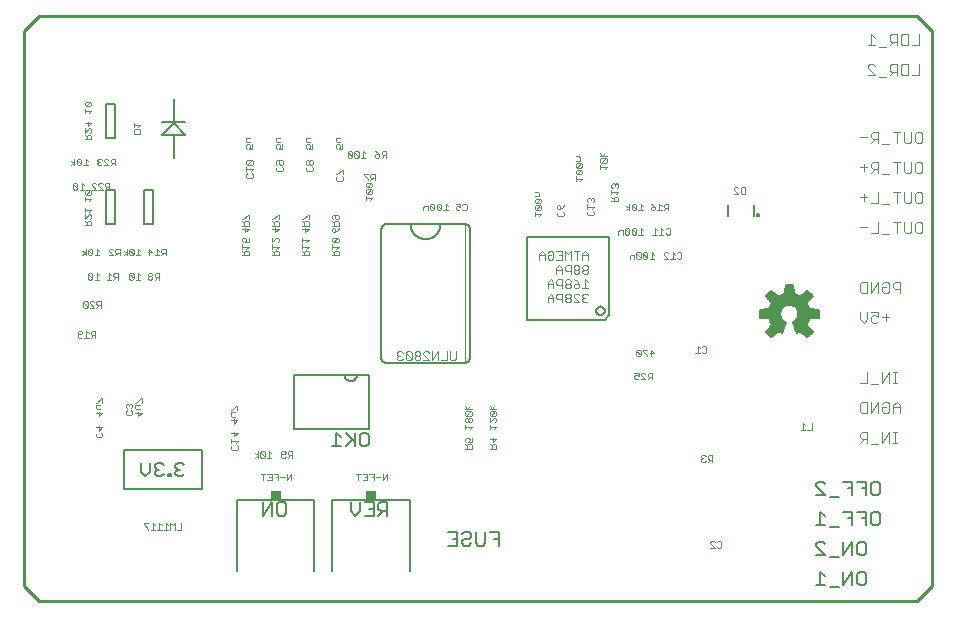
<source format=gbo>
G75*
%MOIN*%
%OFA0B0*%
%FSLAX25Y25*%
%IPPOS*%
%LPD*%
%AMOC8*
5,1,8,0,0,1.08239X$1,22.5*
%
%ADD10C,0.01000*%
%ADD11C,0.00400*%
%ADD12C,0.00500*%
%ADD13C,0.00200*%
%ADD14C,0.00300*%
%ADD15C,0.00600*%
%ADD16R,0.00500X0.02000*%
%ADD17C,0.00800*%
%ADD18R,0.03400X0.03000*%
%ADD19C,0.00591*%
D10*
X0037595Y0057683D02*
X0032595Y0062683D01*
X0032595Y0247683D01*
X0037595Y0252683D01*
X0330095Y0252683D01*
X0335095Y0247683D01*
X0335095Y0062683D01*
X0330095Y0057683D01*
X0037595Y0057683D01*
D11*
X0311176Y0110383D02*
X0312377Y0111584D01*
X0311777Y0111584D02*
X0313578Y0111584D01*
X0313578Y0110383D02*
X0313578Y0113986D01*
X0311777Y0113986D01*
X0311176Y0113386D01*
X0311176Y0112185D01*
X0311777Y0111584D01*
X0314859Y0109783D02*
X0317261Y0109783D01*
X0318543Y0110383D02*
X0318543Y0113986D01*
X0320945Y0113986D02*
X0318543Y0110383D01*
X0320945Y0110383D02*
X0320945Y0113986D01*
X0322199Y0113986D02*
X0323400Y0113986D01*
X0322800Y0113986D02*
X0322800Y0110383D01*
X0323400Y0110383D02*
X0322199Y0110383D01*
X0322226Y0120383D02*
X0322226Y0122785D01*
X0323427Y0123986D01*
X0324628Y0122785D01*
X0324628Y0120383D01*
X0324628Y0122185D02*
X0322226Y0122185D01*
X0320945Y0123386D02*
X0320945Y0120984D01*
X0320344Y0120383D01*
X0319143Y0120383D01*
X0318543Y0120984D01*
X0318543Y0122185D01*
X0319744Y0122185D01*
X0320945Y0123386D02*
X0320344Y0123986D01*
X0319143Y0123986D01*
X0318543Y0123386D01*
X0317261Y0123986D02*
X0314859Y0120383D01*
X0314859Y0123986D01*
X0313578Y0123986D02*
X0311777Y0123986D01*
X0311176Y0123386D01*
X0311176Y0120984D01*
X0311777Y0120383D01*
X0313578Y0120383D01*
X0313578Y0123986D01*
X0317261Y0123986D02*
X0317261Y0120383D01*
X0317261Y0129783D02*
X0314859Y0129783D01*
X0313578Y0130383D02*
X0311176Y0130383D01*
X0313578Y0130383D02*
X0313578Y0133986D01*
X0318543Y0133986D02*
X0318543Y0130383D01*
X0320945Y0133986D01*
X0320945Y0130383D01*
X0322199Y0130383D02*
X0323400Y0130383D01*
X0322800Y0130383D02*
X0322800Y0133986D01*
X0323400Y0133986D02*
X0322199Y0133986D01*
X0319744Y0150984D02*
X0319744Y0153386D01*
X0320945Y0152185D02*
X0318543Y0152185D01*
X0317261Y0152185D02*
X0316060Y0152785D01*
X0315460Y0152785D01*
X0314859Y0152185D01*
X0314859Y0150984D01*
X0315460Y0150383D01*
X0316661Y0150383D01*
X0317261Y0150984D01*
X0317261Y0152185D02*
X0317261Y0153986D01*
X0314859Y0153986D01*
X0313578Y0153986D02*
X0313578Y0151584D01*
X0312377Y0150383D01*
X0311176Y0151584D01*
X0311176Y0153986D01*
X0311777Y0160383D02*
X0311176Y0160984D01*
X0311176Y0163386D01*
X0311777Y0163986D01*
X0313578Y0163986D01*
X0313578Y0160383D01*
X0311777Y0160383D01*
X0314859Y0160383D02*
X0314859Y0163986D01*
X0317261Y0163986D02*
X0314859Y0160383D01*
X0317261Y0160383D02*
X0317261Y0163986D01*
X0318543Y0163386D02*
X0319143Y0163986D01*
X0320344Y0163986D01*
X0320945Y0163386D01*
X0320945Y0160984D01*
X0320344Y0160383D01*
X0319143Y0160383D01*
X0318543Y0160984D01*
X0318543Y0162185D01*
X0319744Y0162185D01*
X0322226Y0162185D02*
X0322826Y0161584D01*
X0324628Y0161584D01*
X0324628Y0160383D02*
X0324628Y0163986D01*
X0322826Y0163986D01*
X0322226Y0163386D01*
X0322226Y0162185D01*
X0320945Y0179783D02*
X0318543Y0179783D01*
X0317261Y0180383D02*
X0314859Y0180383D01*
X0313578Y0182185D02*
X0311176Y0182185D01*
X0317261Y0183986D02*
X0317261Y0180383D01*
X0322226Y0183986D02*
X0324628Y0183986D01*
X0323427Y0183986D02*
X0323427Y0180383D01*
X0325909Y0180984D02*
X0325909Y0183986D01*
X0328311Y0183986D02*
X0328311Y0180984D01*
X0327710Y0180383D01*
X0326509Y0180383D01*
X0325909Y0180984D01*
X0329592Y0180984D02*
X0329592Y0183386D01*
X0330192Y0183986D01*
X0331394Y0183986D01*
X0331994Y0183386D01*
X0331994Y0180984D01*
X0331394Y0180383D01*
X0330192Y0180383D01*
X0329592Y0180984D01*
X0330192Y0190383D02*
X0329592Y0190984D01*
X0329592Y0193386D01*
X0330192Y0193986D01*
X0331394Y0193986D01*
X0331994Y0193386D01*
X0331994Y0190984D01*
X0331394Y0190383D01*
X0330192Y0190383D01*
X0328311Y0190984D02*
X0327710Y0190383D01*
X0326509Y0190383D01*
X0325909Y0190984D01*
X0325909Y0193986D01*
X0324628Y0193986D02*
X0322226Y0193986D01*
X0323427Y0193986D02*
X0323427Y0190383D01*
X0320945Y0189783D02*
X0318543Y0189783D01*
X0317261Y0190383D02*
X0314859Y0190383D01*
X0313578Y0192185D02*
X0311176Y0192185D01*
X0312377Y0193386D02*
X0312377Y0190984D01*
X0317261Y0190383D02*
X0317261Y0193986D01*
X0318543Y0199783D02*
X0320945Y0199783D01*
X0323427Y0200383D02*
X0323427Y0203986D01*
X0324628Y0203986D02*
X0322226Y0203986D01*
X0325909Y0203986D02*
X0325909Y0200984D01*
X0326509Y0200383D01*
X0327710Y0200383D01*
X0328311Y0200984D01*
X0328311Y0203986D01*
X0329592Y0203386D02*
X0330192Y0203986D01*
X0331394Y0203986D01*
X0331994Y0203386D01*
X0331994Y0200984D01*
X0331394Y0200383D01*
X0330192Y0200383D01*
X0329592Y0200984D01*
X0329592Y0203386D01*
X0317261Y0203986D02*
X0315460Y0203986D01*
X0314859Y0203386D01*
X0314859Y0202185D01*
X0315460Y0201584D01*
X0317261Y0201584D01*
X0316060Y0201584D02*
X0314859Y0200383D01*
X0313578Y0202185D02*
X0311176Y0202185D01*
X0312377Y0203386D02*
X0312377Y0200984D01*
X0317261Y0200383D02*
X0317261Y0203986D01*
X0318543Y0209783D02*
X0320945Y0209783D01*
X0323427Y0210383D02*
X0323427Y0213986D01*
X0324628Y0213986D02*
X0322226Y0213986D01*
X0325909Y0213986D02*
X0325909Y0210984D01*
X0326509Y0210383D01*
X0327710Y0210383D01*
X0328311Y0210984D01*
X0328311Y0213986D01*
X0329592Y0213386D02*
X0330192Y0213986D01*
X0331394Y0213986D01*
X0331994Y0213386D01*
X0331994Y0210984D01*
X0331394Y0210383D01*
X0330192Y0210383D01*
X0329592Y0210984D01*
X0329592Y0213386D01*
X0317261Y0213986D02*
X0317261Y0210383D01*
X0317261Y0211584D02*
X0315460Y0211584D01*
X0314859Y0212185D01*
X0314859Y0213386D01*
X0315460Y0213986D01*
X0317261Y0213986D01*
X0316060Y0211584D02*
X0314859Y0210383D01*
X0313578Y0212185D02*
X0311176Y0212185D01*
X0313676Y0232883D02*
X0316078Y0232883D01*
X0313676Y0235285D01*
X0313676Y0235886D01*
X0314277Y0236486D01*
X0315478Y0236486D01*
X0316078Y0235886D01*
X0317359Y0232283D02*
X0319761Y0232283D01*
X0321043Y0232883D02*
X0322244Y0234084D01*
X0321643Y0234084D02*
X0323445Y0234084D01*
X0323445Y0232883D02*
X0323445Y0236486D01*
X0321643Y0236486D01*
X0321043Y0235886D01*
X0321043Y0234685D01*
X0321643Y0234084D01*
X0324726Y0233484D02*
X0324726Y0235886D01*
X0325326Y0236486D01*
X0327128Y0236486D01*
X0327128Y0232883D01*
X0325326Y0232883D01*
X0324726Y0233484D01*
X0328409Y0232883D02*
X0330811Y0232883D01*
X0330811Y0236486D01*
X0319761Y0242283D02*
X0317359Y0242283D01*
X0316078Y0242883D02*
X0313676Y0242883D01*
X0314877Y0242883D02*
X0314877Y0246486D01*
X0316078Y0245285D01*
X0321043Y0244685D02*
X0321643Y0244084D01*
X0323445Y0244084D01*
X0323445Y0242883D02*
X0323445Y0246486D01*
X0321643Y0246486D01*
X0321043Y0245886D01*
X0321043Y0244685D01*
X0322244Y0244084D02*
X0321043Y0242883D01*
X0324726Y0243484D02*
X0324726Y0245886D01*
X0325326Y0246486D01*
X0327128Y0246486D01*
X0327128Y0242883D01*
X0325326Y0242883D01*
X0324726Y0243484D01*
X0328409Y0242883D02*
X0330811Y0242883D01*
X0330811Y0246486D01*
X0328311Y0193986D02*
X0328311Y0190984D01*
D12*
X0147345Y0112936D02*
X0147345Y0109934D01*
X0146595Y0109183D01*
X0145093Y0109183D01*
X0144343Y0109934D01*
X0144343Y0112936D01*
X0145093Y0113687D01*
X0146595Y0113687D01*
X0147345Y0112936D01*
X0142741Y0113687D02*
X0142741Y0109183D01*
X0142741Y0110684D02*
X0139739Y0113687D01*
X0138137Y0112186D02*
X0136636Y0113687D01*
X0136636Y0109183D01*
X0138137Y0109183D02*
X0135135Y0109183D01*
X0139739Y0109183D02*
X0141991Y0111435D01*
X0141447Y0090562D02*
X0141447Y0087559D01*
X0142948Y0086058D01*
X0144449Y0087559D01*
X0144449Y0090562D01*
X0146050Y0090562D02*
X0149053Y0090562D01*
X0149053Y0086058D01*
X0146050Y0086058D01*
X0147552Y0088310D02*
X0149053Y0088310D01*
X0150654Y0088310D02*
X0150654Y0089811D01*
X0151405Y0090562D01*
X0153657Y0090562D01*
X0153657Y0086058D01*
X0153657Y0087559D02*
X0151405Y0087559D01*
X0150654Y0088310D01*
X0152156Y0087559D02*
X0150654Y0086058D01*
X0173947Y0080562D02*
X0176949Y0080562D01*
X0176949Y0076058D01*
X0173947Y0076058D01*
X0175448Y0078310D02*
X0176949Y0078310D01*
X0178550Y0077559D02*
X0178550Y0076809D01*
X0179301Y0076058D01*
X0180802Y0076058D01*
X0181553Y0076809D01*
X0183154Y0076809D02*
X0183154Y0080562D01*
X0181553Y0079811D02*
X0181553Y0079061D01*
X0180802Y0078310D01*
X0179301Y0078310D01*
X0178550Y0077559D01*
X0178550Y0079811D02*
X0179301Y0080562D01*
X0180802Y0080562D01*
X0181553Y0079811D01*
X0183154Y0076809D02*
X0183905Y0076058D01*
X0185406Y0076058D01*
X0186157Y0076809D01*
X0186157Y0080562D01*
X0187758Y0080562D02*
X0190761Y0080562D01*
X0190761Y0076058D01*
X0190761Y0078310D02*
X0189260Y0078310D01*
X0119845Y0086809D02*
X0119095Y0086058D01*
X0117593Y0086058D01*
X0116843Y0086809D01*
X0116843Y0089811D01*
X0117593Y0090562D01*
X0119095Y0090562D01*
X0119845Y0089811D01*
X0119845Y0086809D01*
X0115241Y0086058D02*
X0115241Y0090562D01*
X0112239Y0086058D01*
X0112239Y0090562D01*
X0085959Y0099934D02*
X0085208Y0099183D01*
X0083707Y0099183D01*
X0082956Y0099934D01*
X0082956Y0100684D01*
X0083707Y0101435D01*
X0084458Y0101435D01*
X0083707Y0101435D02*
X0082956Y0102186D01*
X0082956Y0102936D01*
X0083707Y0103687D01*
X0085208Y0103687D01*
X0085959Y0102936D01*
X0081355Y0099934D02*
X0080604Y0099934D01*
X0080604Y0099183D01*
X0081355Y0099183D01*
X0081355Y0099934D01*
X0079053Y0099934D02*
X0078302Y0099183D01*
X0076801Y0099183D01*
X0076050Y0099934D01*
X0076050Y0100684D01*
X0076801Y0101435D01*
X0077552Y0101435D01*
X0076801Y0101435D02*
X0076050Y0102186D01*
X0076050Y0102936D01*
X0076801Y0103687D01*
X0078302Y0103687D01*
X0079053Y0102936D01*
X0074449Y0103687D02*
X0074449Y0100684D01*
X0072948Y0099183D01*
X0071447Y0100684D01*
X0071447Y0103687D01*
X0296447Y0096686D02*
X0296447Y0095936D01*
X0299449Y0092933D01*
X0296447Y0092933D01*
X0296447Y0096686D02*
X0297197Y0097437D01*
X0298698Y0097437D01*
X0299449Y0096686D01*
X0305654Y0097437D02*
X0308657Y0097437D01*
X0308657Y0092933D01*
X0308657Y0095185D02*
X0307156Y0095185D01*
X0310258Y0097437D02*
X0313261Y0097437D01*
X0313261Y0092933D01*
X0314862Y0093684D02*
X0314862Y0096686D01*
X0315613Y0097437D01*
X0317114Y0097437D01*
X0317865Y0096686D01*
X0317865Y0093684D01*
X0317114Y0092933D01*
X0315613Y0092933D01*
X0314862Y0093684D01*
X0313261Y0095185D02*
X0311760Y0095185D01*
X0304053Y0092182D02*
X0301050Y0092182D01*
X0297948Y0087437D02*
X0297948Y0082933D01*
X0299449Y0082933D02*
X0296447Y0082933D01*
X0299449Y0085936D02*
X0297948Y0087437D01*
X0301050Y0082182D02*
X0304053Y0082182D01*
X0307156Y0085185D02*
X0308657Y0085185D01*
X0308657Y0087437D02*
X0305654Y0087437D01*
X0308657Y0087437D02*
X0308657Y0082933D01*
X0311760Y0085185D02*
X0313261Y0085185D01*
X0314862Y0086686D02*
X0315613Y0087437D01*
X0317114Y0087437D01*
X0317865Y0086686D01*
X0317865Y0083684D01*
X0317114Y0082933D01*
X0315613Y0082933D01*
X0314862Y0083684D01*
X0314862Y0086686D01*
X0313261Y0087437D02*
X0310258Y0087437D01*
X0313261Y0087437D02*
X0313261Y0082933D01*
X0312510Y0077437D02*
X0313261Y0076686D01*
X0313261Y0073684D01*
X0312510Y0072933D01*
X0311009Y0072933D01*
X0310258Y0073684D01*
X0310258Y0076686D01*
X0311009Y0077437D01*
X0312510Y0077437D01*
X0308657Y0077437D02*
X0305654Y0072933D01*
X0305654Y0077437D01*
X0308657Y0077437D02*
X0308657Y0072933D01*
X0304053Y0072182D02*
X0301050Y0072182D01*
X0299449Y0072933D02*
X0296447Y0075936D01*
X0296447Y0076686D01*
X0297197Y0077437D01*
X0298698Y0077437D01*
X0299449Y0076686D01*
X0299449Y0072933D02*
X0296447Y0072933D01*
X0297948Y0067437D02*
X0297948Y0062933D01*
X0299449Y0062933D02*
X0296447Y0062933D01*
X0299449Y0065936D02*
X0297948Y0067437D01*
X0301050Y0062182D02*
X0304053Y0062182D01*
X0305654Y0062933D02*
X0305654Y0067437D01*
X0308657Y0067437D02*
X0305654Y0062933D01*
X0308657Y0062933D02*
X0308657Y0067437D01*
X0310258Y0066686D02*
X0311009Y0067437D01*
X0312510Y0067437D01*
X0313261Y0066686D01*
X0313261Y0063684D01*
X0312510Y0062933D01*
X0311009Y0062933D01*
X0310258Y0063684D01*
X0310258Y0066686D01*
D13*
X0264995Y0075750D02*
X0264628Y0075383D01*
X0263894Y0075383D01*
X0263527Y0075750D01*
X0262785Y0075383D02*
X0261317Y0076851D01*
X0261317Y0077218D01*
X0261684Y0077585D01*
X0262418Y0077585D01*
X0262785Y0077218D01*
X0263527Y0077218D02*
X0263894Y0077585D01*
X0264628Y0077585D01*
X0264995Y0077218D01*
X0264995Y0075750D01*
X0262785Y0075383D02*
X0261317Y0075383D01*
X0261915Y0104033D02*
X0261915Y0106235D01*
X0260814Y0106235D01*
X0260447Y0105868D01*
X0260447Y0105134D01*
X0260814Y0104767D01*
X0261915Y0104767D01*
X0261181Y0104767D02*
X0260447Y0104033D01*
X0259705Y0104400D02*
X0259338Y0104033D01*
X0258604Y0104033D01*
X0258237Y0104400D01*
X0258237Y0104767D01*
X0258604Y0105134D01*
X0258971Y0105134D01*
X0258604Y0105134D02*
X0258237Y0105501D01*
X0258237Y0105868D01*
X0258604Y0106235D01*
X0259338Y0106235D01*
X0259705Y0105868D01*
X0291362Y0114758D02*
X0292830Y0114758D01*
X0292096Y0114758D02*
X0292096Y0116960D01*
X0292830Y0116226D01*
X0293572Y0114758D02*
X0295040Y0114758D01*
X0295040Y0116960D01*
X0259995Y0140750D02*
X0259628Y0140383D01*
X0258894Y0140383D01*
X0258527Y0140750D01*
X0257785Y0140383D02*
X0256317Y0140383D01*
X0257051Y0140383D02*
X0257051Y0142585D01*
X0257785Y0141851D01*
X0258527Y0142218D02*
X0258894Y0142585D01*
X0259628Y0142585D01*
X0259995Y0142218D01*
X0259995Y0140750D01*
X0242495Y0140234D02*
X0241027Y0140234D01*
X0240285Y0139500D02*
X0240285Y0139133D01*
X0240285Y0139500D02*
X0238817Y0140968D01*
X0238817Y0141335D01*
X0240285Y0141335D01*
X0241394Y0141335D02*
X0242495Y0140234D01*
X0241394Y0139133D02*
X0241394Y0141335D01*
X0238075Y0140968D02*
X0237708Y0141335D01*
X0236974Y0141335D01*
X0236607Y0140968D01*
X0238075Y0139500D01*
X0237708Y0139133D01*
X0236974Y0139133D01*
X0236607Y0139500D01*
X0236607Y0140968D01*
X0238075Y0140968D02*
X0238075Y0139500D01*
X0238559Y0133735D02*
X0239293Y0133735D01*
X0239660Y0133368D01*
X0240402Y0133368D02*
X0240402Y0132634D01*
X0240769Y0132267D01*
X0241870Y0132267D01*
X0241136Y0132267D02*
X0240402Y0131533D01*
X0239660Y0131533D02*
X0238192Y0133001D01*
X0238192Y0133368D01*
X0238559Y0133735D01*
X0237450Y0133735D02*
X0237450Y0132634D01*
X0236716Y0133001D01*
X0236349Y0133001D01*
X0235982Y0132634D01*
X0235982Y0131900D01*
X0236349Y0131533D01*
X0237083Y0131533D01*
X0237450Y0131900D01*
X0238192Y0131533D02*
X0239660Y0131533D01*
X0240402Y0133368D02*
X0240769Y0133735D01*
X0241870Y0133735D01*
X0241870Y0131533D01*
X0237450Y0133735D02*
X0235982Y0133735D01*
X0189897Y0121566D02*
X0187695Y0121566D01*
X0188429Y0121566D02*
X0189163Y0122667D01*
X0188429Y0121566D02*
X0187695Y0122667D01*
X0188062Y0120825D02*
X0187695Y0120458D01*
X0187695Y0119724D01*
X0188062Y0119357D01*
X0189530Y0120825D01*
X0188062Y0120825D01*
X0189530Y0120825D02*
X0189897Y0120458D01*
X0189897Y0119724D01*
X0189530Y0119357D01*
X0188062Y0119357D01*
X0187695Y0118615D02*
X0187695Y0117147D01*
X0189163Y0118615D01*
X0189530Y0118615D01*
X0189897Y0118248D01*
X0189897Y0117514D01*
X0189530Y0117147D01*
X0189897Y0115671D02*
X0187695Y0115671D01*
X0187695Y0114937D02*
X0187695Y0116405D01*
X0189163Y0114937D02*
X0189897Y0115671D01*
X0188796Y0112086D02*
X0188796Y0110618D01*
X0189897Y0111719D01*
X0187695Y0111719D01*
X0187695Y0109876D02*
X0188429Y0109142D01*
X0188429Y0109509D02*
X0188429Y0108408D01*
X0187695Y0108408D02*
X0189897Y0108408D01*
X0189897Y0109509D01*
X0189530Y0109876D01*
X0188796Y0109876D01*
X0188429Y0109509D01*
X0181772Y0109509D02*
X0181405Y0109876D01*
X0180671Y0109876D01*
X0180304Y0109509D01*
X0180304Y0108408D01*
X0179570Y0108408D02*
X0181772Y0108408D01*
X0181772Y0109509D01*
X0181772Y0110618D02*
X0180671Y0110618D01*
X0181038Y0111352D01*
X0181038Y0111719D01*
X0180671Y0112086D01*
X0179937Y0112086D01*
X0179570Y0111719D01*
X0179570Y0110985D01*
X0179937Y0110618D01*
X0179570Y0109876D02*
X0180304Y0109142D01*
X0181772Y0110618D02*
X0181772Y0112086D01*
X0181038Y0114937D02*
X0181772Y0115671D01*
X0179570Y0115671D01*
X0179570Y0114937D02*
X0179570Y0116405D01*
X0179937Y0117147D02*
X0180304Y0117147D01*
X0180671Y0117514D01*
X0180671Y0118248D01*
X0180304Y0118615D01*
X0179937Y0118615D01*
X0179570Y0118248D01*
X0179570Y0117514D01*
X0179937Y0117147D01*
X0180671Y0117514D02*
X0181038Y0117147D01*
X0181405Y0117147D01*
X0181772Y0117514D01*
X0181772Y0118248D01*
X0181405Y0118615D01*
X0181038Y0118615D01*
X0180671Y0118248D01*
X0179937Y0119357D02*
X0181405Y0120825D01*
X0179937Y0120825D01*
X0179570Y0120458D01*
X0179570Y0119724D01*
X0179937Y0119357D01*
X0181405Y0119357D01*
X0181772Y0119724D01*
X0181772Y0120458D01*
X0181405Y0120825D01*
X0181772Y0121566D02*
X0179570Y0121566D01*
X0180304Y0121566D02*
X0181038Y0122667D01*
X0180304Y0121566D02*
X0179570Y0122667D01*
X0179645Y0137183D02*
X0179645Y0183183D01*
X0179673Y0187883D02*
X0178939Y0187883D01*
X0178572Y0188250D01*
X0177830Y0188250D02*
X0177463Y0187883D01*
X0176729Y0187883D01*
X0176362Y0188250D01*
X0176362Y0188984D01*
X0176729Y0189351D01*
X0177096Y0189351D01*
X0177830Y0188984D01*
X0177830Y0190085D01*
X0176362Y0190085D01*
X0178572Y0189718D02*
X0178939Y0190085D01*
X0179673Y0190085D01*
X0180040Y0189718D01*
X0180040Y0188250D01*
X0179673Y0187883D01*
X0173745Y0187883D02*
X0172277Y0187883D01*
X0173011Y0187883D02*
X0173011Y0190085D01*
X0173745Y0189351D01*
X0171535Y0189718D02*
X0171168Y0190085D01*
X0170434Y0190085D01*
X0170067Y0189718D01*
X0171535Y0188250D01*
X0171168Y0187883D01*
X0170434Y0187883D01*
X0170067Y0188250D01*
X0170067Y0189718D01*
X0169325Y0189718D02*
X0168958Y0190085D01*
X0168224Y0190085D01*
X0167857Y0189718D01*
X0169325Y0188250D01*
X0168958Y0187883D01*
X0168224Y0187883D01*
X0167857Y0188250D01*
X0167857Y0189718D01*
X0167116Y0189351D02*
X0166015Y0189351D01*
X0165648Y0188984D01*
X0165648Y0187883D01*
X0167116Y0187883D02*
X0167116Y0189351D01*
X0169325Y0189718D02*
X0169325Y0188250D01*
X0171535Y0188250D02*
X0171535Y0189718D01*
X0148647Y0191887D02*
X0146445Y0191887D01*
X0146445Y0191153D02*
X0146445Y0192621D01*
X0146812Y0193363D02*
X0148280Y0194831D01*
X0146812Y0194831D01*
X0146445Y0194464D01*
X0146445Y0193730D01*
X0146812Y0193363D01*
X0148280Y0193363D01*
X0148647Y0193730D01*
X0148647Y0194464D01*
X0148280Y0194831D01*
X0148280Y0195573D02*
X0148647Y0195940D01*
X0148647Y0196674D01*
X0148280Y0197041D01*
X0146812Y0195573D01*
X0146445Y0195940D01*
X0146445Y0196674D01*
X0146812Y0197041D01*
X0148280Y0197041D01*
X0147947Y0197883D02*
X0148681Y0198617D01*
X0148314Y0198617D02*
X0149415Y0198617D01*
X0149415Y0197883D02*
X0149415Y0200085D01*
X0148314Y0200085D01*
X0147947Y0199718D01*
X0147947Y0198984D01*
X0148314Y0198617D01*
X0147205Y0198250D02*
X0147205Y0197883D01*
X0147205Y0198250D02*
X0145737Y0199718D01*
X0145737Y0200085D01*
X0147205Y0200085D01*
X0146812Y0195573D02*
X0148280Y0195573D01*
X0148647Y0191887D02*
X0147913Y0191153D01*
X0137397Y0186049D02*
X0137397Y0185315D01*
X0137030Y0184948D01*
X0136663Y0184948D01*
X0136296Y0185315D01*
X0136296Y0186416D01*
X0135562Y0186416D02*
X0137030Y0186416D01*
X0137397Y0186049D01*
X0135562Y0186416D02*
X0135195Y0186049D01*
X0135195Y0185315D01*
X0135562Y0184948D01*
X0135195Y0184206D02*
X0135929Y0183472D01*
X0135929Y0183839D02*
X0135929Y0182738D01*
X0135195Y0182738D02*
X0137397Y0182738D01*
X0137397Y0183839D01*
X0137030Y0184206D01*
X0136296Y0184206D01*
X0135929Y0183839D01*
X0135929Y0181996D02*
X0136296Y0181629D01*
X0136296Y0180528D01*
X0135562Y0180528D01*
X0135195Y0180895D01*
X0135195Y0181629D01*
X0135562Y0181996D01*
X0135929Y0181996D01*
X0137030Y0181262D02*
X0136296Y0180528D01*
X0137030Y0181262D02*
X0137397Y0181996D01*
X0137030Y0178671D02*
X0135562Y0177203D01*
X0135195Y0177570D01*
X0135195Y0178304D01*
X0135562Y0178671D01*
X0137030Y0178671D01*
X0137397Y0178304D01*
X0137397Y0177570D01*
X0137030Y0177203D01*
X0135562Y0177203D01*
X0135195Y0176461D02*
X0135195Y0174993D01*
X0135195Y0175727D02*
X0137397Y0175727D01*
X0136663Y0174993D01*
X0136296Y0174251D02*
X0135929Y0173884D01*
X0135929Y0172783D01*
X0135195Y0172783D02*
X0137397Y0172783D01*
X0137397Y0173884D01*
X0137030Y0174251D01*
X0136296Y0174251D01*
X0135929Y0173517D02*
X0135195Y0174251D01*
X0127397Y0173884D02*
X0127397Y0172783D01*
X0125195Y0172783D01*
X0125929Y0172783D02*
X0125929Y0173884D01*
X0126296Y0174251D01*
X0127030Y0174251D01*
X0127397Y0173884D01*
X0126663Y0174993D02*
X0127397Y0175727D01*
X0125195Y0175727D01*
X0125195Y0174993D02*
X0125195Y0176461D01*
X0125195Y0177203D02*
X0125195Y0178671D01*
X0125195Y0177937D02*
X0127397Y0177937D01*
X0126663Y0177203D01*
X0125195Y0174251D02*
X0125929Y0173517D01*
X0126296Y0180528D02*
X0126296Y0181996D01*
X0126296Y0180528D01*
X0127397Y0181629D01*
X0125195Y0181629D01*
X0127397Y0181629D01*
X0126296Y0180528D01*
X0125929Y0182738D02*
X0125929Y0183839D01*
X0126296Y0184206D01*
X0127030Y0184206D01*
X0127397Y0183839D01*
X0127397Y0182738D01*
X0125195Y0182738D01*
X0127397Y0182738D01*
X0127397Y0183839D01*
X0127030Y0184206D01*
X0126296Y0184206D01*
X0125929Y0183839D01*
X0125929Y0182738D01*
X0125929Y0183472D02*
X0125195Y0184206D01*
X0125929Y0183472D01*
X0125562Y0184948D02*
X0125195Y0184948D01*
X0125562Y0184948D01*
X0127030Y0186416D01*
X0127397Y0186416D01*
X0127397Y0184948D01*
X0127397Y0186416D01*
X0127030Y0186416D01*
X0125562Y0184948D01*
X0117397Y0184948D02*
X0117397Y0186416D01*
X0117030Y0186416D01*
X0115562Y0184948D01*
X0115195Y0184948D01*
X0115562Y0184948D01*
X0117030Y0186416D01*
X0117397Y0186416D01*
X0117397Y0184948D01*
X0117030Y0184206D02*
X0116296Y0184206D01*
X0115929Y0183839D01*
X0115929Y0182738D01*
X0115929Y0183839D01*
X0116296Y0184206D01*
X0117030Y0184206D01*
X0117397Y0183839D01*
X0117397Y0182738D01*
X0115195Y0182738D01*
X0117397Y0182738D01*
X0117397Y0183839D01*
X0117030Y0184206D01*
X0115929Y0183472D02*
X0115195Y0184206D01*
X0115929Y0183472D01*
X0116296Y0181996D02*
X0116296Y0180528D01*
X0117397Y0181629D01*
X0115195Y0181629D01*
X0117397Y0181629D01*
X0116296Y0180528D01*
X0116296Y0181996D01*
X0116663Y0178671D02*
X0117030Y0178671D01*
X0117397Y0178304D01*
X0117397Y0177570D01*
X0117030Y0177203D01*
X0116663Y0178671D02*
X0115195Y0177203D01*
X0115195Y0178671D01*
X0115195Y0176461D02*
X0115195Y0174993D01*
X0115195Y0175727D02*
X0117397Y0175727D01*
X0116663Y0174993D01*
X0117030Y0174251D02*
X0116296Y0174251D01*
X0115929Y0173884D01*
X0115929Y0172783D01*
X0115195Y0172783D02*
X0117397Y0172783D01*
X0117397Y0173884D01*
X0117030Y0174251D01*
X0115929Y0173517D02*
X0115195Y0174251D01*
X0107397Y0173884D02*
X0107397Y0172783D01*
X0105195Y0172783D01*
X0105929Y0172783D02*
X0105929Y0173884D01*
X0106296Y0174251D01*
X0107030Y0174251D01*
X0107397Y0173884D01*
X0106663Y0174993D02*
X0107397Y0175727D01*
X0105195Y0175727D01*
X0105195Y0174993D02*
X0105195Y0176461D01*
X0105562Y0177203D02*
X0105195Y0177570D01*
X0105195Y0178304D01*
X0105562Y0178671D01*
X0106296Y0178671D01*
X0106663Y0178304D01*
X0106663Y0177937D01*
X0106296Y0177203D01*
X0107397Y0177203D01*
X0107397Y0178671D01*
X0106296Y0180528D02*
X0106296Y0181996D01*
X0106296Y0180528D01*
X0107397Y0181629D01*
X0105195Y0181629D01*
X0107397Y0181629D01*
X0106296Y0180528D01*
X0105929Y0182738D02*
X0105929Y0183839D01*
X0106296Y0184206D01*
X0107030Y0184206D01*
X0107397Y0183839D01*
X0107397Y0182738D01*
X0105195Y0182738D01*
X0107397Y0182738D01*
X0107397Y0183839D01*
X0107030Y0184206D01*
X0106296Y0184206D01*
X0105929Y0183839D01*
X0105929Y0182738D01*
X0105929Y0183472D02*
X0105195Y0184206D01*
X0105929Y0183472D01*
X0105562Y0184948D02*
X0105195Y0184948D01*
X0105562Y0184948D01*
X0107030Y0186416D01*
X0107397Y0186416D01*
X0107397Y0184948D01*
X0107397Y0186416D01*
X0107030Y0186416D01*
X0105562Y0184948D01*
X0105195Y0174251D02*
X0105929Y0173517D01*
X0079750Y0173617D02*
X0078649Y0173617D01*
X0078282Y0173984D01*
X0078282Y0174718D01*
X0078649Y0175085D01*
X0079750Y0175085D01*
X0079750Y0172883D01*
X0079016Y0173617D02*
X0078282Y0172883D01*
X0077540Y0172883D02*
X0076072Y0172883D01*
X0076806Y0172883D02*
X0076806Y0175085D01*
X0077540Y0174351D01*
X0075330Y0173984D02*
X0073862Y0173984D01*
X0074229Y0172883D02*
X0074229Y0175085D01*
X0075330Y0173984D01*
X0071245Y0174351D02*
X0070511Y0175085D01*
X0070511Y0172883D01*
X0071245Y0172883D02*
X0069777Y0172883D01*
X0069035Y0173250D02*
X0067567Y0174718D01*
X0067567Y0173250D01*
X0067934Y0172883D01*
X0068668Y0172883D01*
X0069035Y0173250D01*
X0069035Y0174718D01*
X0068668Y0175085D01*
X0067934Y0175085D01*
X0067567Y0174718D01*
X0066825Y0175085D02*
X0066825Y0172883D01*
X0066825Y0173617D02*
X0065724Y0174351D01*
X0066825Y0173617D02*
X0065724Y0172883D01*
X0064415Y0172883D02*
X0064415Y0175085D01*
X0063314Y0175085D01*
X0062947Y0174718D01*
X0062947Y0173984D01*
X0063314Y0173617D01*
X0064415Y0173617D01*
X0063681Y0173617D02*
X0062947Y0172883D01*
X0062205Y0172883D02*
X0060737Y0174351D01*
X0060737Y0174718D01*
X0061104Y0175085D01*
X0061838Y0175085D01*
X0062205Y0174718D01*
X0062205Y0172883D02*
X0060737Y0172883D01*
X0057495Y0172883D02*
X0056027Y0172883D01*
X0056761Y0172883D02*
X0056761Y0175085D01*
X0057495Y0174351D01*
X0055285Y0174718D02*
X0054918Y0175085D01*
X0054184Y0175085D01*
X0053817Y0174718D01*
X0055285Y0173250D01*
X0054918Y0172883D01*
X0054184Y0172883D01*
X0053817Y0173250D01*
X0053817Y0174718D01*
X0053075Y0175085D02*
X0053075Y0172883D01*
X0053075Y0173617D02*
X0051974Y0172883D01*
X0053075Y0173617D02*
X0051974Y0174351D01*
X0055285Y0174718D02*
X0055285Y0173250D01*
X0054918Y0166960D02*
X0054184Y0166960D01*
X0053817Y0166593D01*
X0055285Y0165125D01*
X0054918Y0164758D01*
X0054184Y0164758D01*
X0053817Y0165125D01*
X0053817Y0166593D01*
X0054918Y0166960D02*
X0055285Y0166593D01*
X0055285Y0165125D01*
X0056027Y0164758D02*
X0057495Y0164758D01*
X0056761Y0164758D02*
X0056761Y0166960D01*
X0057495Y0166226D01*
X0060112Y0164758D02*
X0061580Y0164758D01*
X0060846Y0164758D02*
X0060846Y0166960D01*
X0061580Y0166226D01*
X0062322Y0165859D02*
X0062689Y0165492D01*
X0063790Y0165492D01*
X0063790Y0164758D02*
X0063790Y0166960D01*
X0062689Y0166960D01*
X0062322Y0166593D01*
X0062322Y0165859D01*
X0063056Y0165492D02*
X0062322Y0164758D01*
X0067567Y0165125D02*
X0067567Y0166593D01*
X0069035Y0165125D01*
X0068668Y0164758D01*
X0067934Y0164758D01*
X0067567Y0165125D01*
X0067567Y0166593D02*
X0067934Y0166960D01*
X0068668Y0166960D01*
X0069035Y0166593D01*
X0069035Y0165125D01*
X0069777Y0164758D02*
X0071245Y0164758D01*
X0070511Y0164758D02*
X0070511Y0166960D01*
X0071245Y0166226D01*
X0073862Y0166226D02*
X0074229Y0165859D01*
X0074963Y0165859D01*
X0075330Y0166226D01*
X0075330Y0166593D01*
X0074963Y0166960D01*
X0074229Y0166960D01*
X0073862Y0166593D01*
X0073862Y0166226D01*
X0074229Y0165859D02*
X0073862Y0165492D01*
X0073862Y0165125D01*
X0074229Y0164758D01*
X0074963Y0164758D01*
X0075330Y0165125D01*
X0075330Y0165492D01*
X0074963Y0165859D01*
X0076072Y0165859D02*
X0076439Y0165492D01*
X0077540Y0165492D01*
X0077540Y0164758D02*
X0077540Y0166960D01*
X0076439Y0166960D01*
X0076072Y0166593D01*
X0076072Y0165859D01*
X0076806Y0165492D02*
X0076072Y0164758D01*
X0058120Y0157585D02*
X0057019Y0157585D01*
X0056652Y0157218D01*
X0056652Y0156484D01*
X0057019Y0156117D01*
X0058120Y0156117D01*
X0057386Y0156117D02*
X0056652Y0155383D01*
X0055910Y0155383D02*
X0054442Y0156851D01*
X0054442Y0157218D01*
X0054809Y0157585D01*
X0055543Y0157585D01*
X0055910Y0157218D01*
X0055910Y0155383D02*
X0054442Y0155383D01*
X0053700Y0155750D02*
X0052232Y0157218D01*
X0052232Y0155750D01*
X0052599Y0155383D01*
X0053333Y0155383D01*
X0053700Y0155750D01*
X0053700Y0157218D01*
X0053333Y0157585D01*
X0052599Y0157585D01*
X0052232Y0157218D01*
X0058120Y0157585D02*
X0058120Y0155383D01*
X0056245Y0147585D02*
X0055144Y0147585D01*
X0054777Y0147218D01*
X0054777Y0146484D01*
X0055144Y0146117D01*
X0056245Y0146117D01*
X0055511Y0146117D02*
X0054777Y0145383D01*
X0054035Y0145383D02*
X0052567Y0145383D01*
X0053301Y0145383D02*
X0053301Y0147585D01*
X0054035Y0146851D01*
X0051825Y0146851D02*
X0051458Y0146484D01*
X0050357Y0146484D01*
X0050357Y0145750D02*
X0050357Y0147218D01*
X0050724Y0147585D01*
X0051458Y0147585D01*
X0051825Y0147218D01*
X0051825Y0146851D01*
X0051825Y0145750D02*
X0051458Y0145383D01*
X0050724Y0145383D01*
X0050357Y0145750D01*
X0056245Y0145383D02*
X0056245Y0147585D01*
X0058280Y0125166D02*
X0056812Y0123698D01*
X0056445Y0123698D01*
X0056445Y0122956D02*
X0057913Y0122956D01*
X0058647Y0123698D02*
X0058647Y0125166D01*
X0058280Y0125166D01*
X0056445Y0122956D02*
X0056445Y0121855D01*
X0056812Y0121488D01*
X0057913Y0121488D01*
X0057546Y0120746D02*
X0057546Y0119278D01*
X0058647Y0120379D01*
X0056445Y0120379D01*
X0057546Y0115836D02*
X0057546Y0114368D01*
X0058647Y0115469D01*
X0056445Y0115469D01*
X0056812Y0113626D02*
X0056445Y0113259D01*
X0056445Y0112525D01*
X0056812Y0112158D01*
X0058280Y0112158D01*
X0058647Y0112525D01*
X0058647Y0113259D01*
X0058280Y0113626D01*
X0070671Y0119278D02*
X0070671Y0120746D01*
X0071038Y0121488D02*
X0069937Y0121488D01*
X0069570Y0121855D01*
X0069570Y0122956D01*
X0071038Y0122956D01*
X0071772Y0123698D02*
X0071772Y0125166D01*
X0071405Y0125166D01*
X0069937Y0123698D01*
X0069570Y0123698D01*
X0068647Y0122969D02*
X0068280Y0123336D01*
X0067913Y0123336D01*
X0067546Y0122969D01*
X0067179Y0123336D01*
X0066812Y0123336D01*
X0066445Y0122969D01*
X0066445Y0122235D01*
X0066812Y0121868D01*
X0066812Y0121126D02*
X0066445Y0120759D01*
X0066445Y0120025D01*
X0066812Y0119658D01*
X0068280Y0119658D01*
X0068647Y0120025D01*
X0068647Y0120759D01*
X0068280Y0121126D01*
X0068280Y0121868D02*
X0068647Y0122235D01*
X0068647Y0122969D01*
X0067546Y0122969D02*
X0067546Y0122602D01*
X0069570Y0120379D02*
X0071772Y0120379D01*
X0070671Y0119278D01*
X0101445Y0119355D02*
X0101445Y0120456D01*
X0102913Y0120456D01*
X0103647Y0121198D02*
X0103647Y0122666D01*
X0103280Y0122666D01*
X0101812Y0121198D01*
X0101445Y0121198D01*
X0101445Y0119355D02*
X0101812Y0118988D01*
X0102913Y0118988D01*
X0102546Y0118246D02*
X0102546Y0116778D01*
X0103647Y0117879D01*
X0101445Y0117879D01*
X0102646Y0113916D02*
X0102646Y0112448D01*
X0103747Y0113549D01*
X0101545Y0113549D01*
X0101545Y0111706D02*
X0101545Y0110238D01*
X0101545Y0110972D02*
X0103747Y0110972D01*
X0103013Y0110238D01*
X0103380Y0109496D02*
X0103747Y0109129D01*
X0103747Y0108395D01*
X0103380Y0108028D01*
X0101912Y0108028D01*
X0101545Y0108395D01*
X0101545Y0109129D01*
X0101912Y0109496D01*
X0109474Y0106851D02*
X0110575Y0106117D01*
X0109474Y0105383D01*
X0110575Y0105383D02*
X0110575Y0107585D01*
X0111317Y0107218D02*
X0112785Y0105750D01*
X0112418Y0105383D01*
X0111684Y0105383D01*
X0111317Y0105750D01*
X0111317Y0107218D01*
X0111684Y0107585D01*
X0112418Y0107585D01*
X0112785Y0107218D01*
X0112785Y0105750D01*
X0113527Y0105383D02*
X0114995Y0105383D01*
X0114261Y0105383D02*
X0114261Y0107585D01*
X0114995Y0106851D01*
X0118237Y0106484D02*
X0119338Y0106484D01*
X0119705Y0106851D01*
X0119705Y0107218D01*
X0119338Y0107585D01*
X0118604Y0107585D01*
X0118237Y0107218D01*
X0118237Y0105750D01*
X0118604Y0105383D01*
X0119338Y0105383D01*
X0119705Y0105750D01*
X0120447Y0105383D02*
X0121181Y0106117D01*
X0120814Y0106117D02*
X0121915Y0106117D01*
X0121915Y0105383D02*
X0121915Y0107585D01*
X0120814Y0107585D01*
X0120447Y0107218D01*
X0120447Y0106484D01*
X0120814Y0106117D01*
X0120202Y0099985D02*
X0120202Y0097783D01*
X0121670Y0099985D01*
X0121670Y0097783D01*
X0119460Y0098884D02*
X0117992Y0098884D01*
X0117250Y0098884D02*
X0116516Y0098884D01*
X0117250Y0097783D02*
X0117250Y0099985D01*
X0115782Y0099985D01*
X0115040Y0099985D02*
X0115040Y0097783D01*
X0113572Y0097783D01*
X0114306Y0098884D02*
X0115040Y0098884D01*
X0115040Y0099985D02*
X0113572Y0099985D01*
X0112830Y0099985D02*
X0111362Y0099985D01*
X0112096Y0099985D02*
X0112096Y0097783D01*
X0085004Y0083585D02*
X0085004Y0081383D01*
X0083537Y0081383D01*
X0082795Y0081383D02*
X0082795Y0083585D01*
X0082061Y0082851D01*
X0081327Y0083585D01*
X0081327Y0081383D01*
X0080585Y0081383D02*
X0079117Y0081383D01*
X0079851Y0081383D02*
X0079851Y0083585D01*
X0080585Y0082851D01*
X0078375Y0082851D02*
X0077641Y0083585D01*
X0077641Y0081383D01*
X0078375Y0081383D02*
X0076907Y0081383D01*
X0076165Y0081383D02*
X0074697Y0081383D01*
X0075431Y0081383D02*
X0075431Y0083585D01*
X0076165Y0082851D01*
X0073955Y0083585D02*
X0072487Y0083585D01*
X0072487Y0083218D01*
X0073955Y0081750D01*
X0073955Y0081383D01*
X0143237Y0099985D02*
X0144705Y0099985D01*
X0143971Y0099985D02*
X0143971Y0097783D01*
X0145447Y0097783D02*
X0146915Y0097783D01*
X0146915Y0099985D01*
X0145447Y0099985D01*
X0146181Y0098884D02*
X0146915Y0098884D01*
X0147657Y0099985D02*
X0149125Y0099985D01*
X0149125Y0097783D01*
X0149125Y0098884D02*
X0148391Y0098884D01*
X0149867Y0098884D02*
X0151335Y0098884D01*
X0152077Y0097783D02*
X0152077Y0099985D01*
X0153545Y0099985D02*
X0152077Y0097783D01*
X0153545Y0097783D02*
X0153545Y0099985D01*
X0234398Y0171633D02*
X0234398Y0172734D01*
X0234765Y0173101D01*
X0235866Y0173101D01*
X0235866Y0171633D01*
X0236607Y0172000D02*
X0236974Y0171633D01*
X0237708Y0171633D01*
X0238075Y0172000D01*
X0236607Y0173468D01*
X0236607Y0172000D01*
X0236607Y0173468D02*
X0236974Y0173835D01*
X0237708Y0173835D01*
X0238075Y0173468D01*
X0238075Y0172000D01*
X0238817Y0172000D02*
X0239184Y0171633D01*
X0239918Y0171633D01*
X0240285Y0172000D01*
X0238817Y0173468D01*
X0238817Y0172000D01*
X0238817Y0173468D02*
X0239184Y0173835D01*
X0239918Y0173835D01*
X0240285Y0173468D01*
X0240285Y0172000D01*
X0241027Y0171633D02*
X0242495Y0171633D01*
X0241761Y0171633D02*
X0241761Y0173835D01*
X0242495Y0173101D01*
X0245737Y0173101D02*
X0245737Y0173468D01*
X0246104Y0173835D01*
X0246838Y0173835D01*
X0247205Y0173468D01*
X0245737Y0173101D02*
X0247205Y0171633D01*
X0245737Y0171633D01*
X0247947Y0171633D02*
X0249415Y0171633D01*
X0248681Y0171633D02*
X0248681Y0173835D01*
X0249415Y0173101D01*
X0250157Y0173468D02*
X0250524Y0173835D01*
X0251258Y0173835D01*
X0251625Y0173468D01*
X0251625Y0172000D01*
X0251258Y0171633D01*
X0250524Y0171633D01*
X0250157Y0172000D01*
X0247508Y0179758D02*
X0246774Y0179758D01*
X0246407Y0180125D01*
X0245665Y0179758D02*
X0244197Y0179758D01*
X0244931Y0179758D02*
X0244931Y0181960D01*
X0245665Y0181226D01*
X0246407Y0181593D02*
X0246774Y0181960D01*
X0247508Y0181960D01*
X0247875Y0181593D01*
X0247875Y0180125D01*
X0247508Y0179758D01*
X0243455Y0179758D02*
X0241987Y0179758D01*
X0242721Y0179758D02*
X0242721Y0181960D01*
X0243455Y0181226D01*
X0238745Y0181226D02*
X0238011Y0181960D01*
X0238011Y0179758D01*
X0238745Y0179758D02*
X0237277Y0179758D01*
X0236535Y0180125D02*
X0235067Y0181593D01*
X0235067Y0180125D01*
X0235434Y0179758D01*
X0236168Y0179758D01*
X0236535Y0180125D01*
X0236535Y0181593D01*
X0236168Y0181960D01*
X0235434Y0181960D01*
X0235067Y0181593D01*
X0234325Y0181593D02*
X0233958Y0181960D01*
X0233224Y0181960D01*
X0232857Y0181593D01*
X0234325Y0180125D01*
X0233958Y0179758D01*
X0233224Y0179758D01*
X0232857Y0180125D01*
X0232857Y0181593D01*
X0232116Y0181226D02*
X0232116Y0179758D01*
X0232116Y0181226D02*
X0231015Y0181226D01*
X0230648Y0180859D01*
X0230648Y0179758D01*
X0234325Y0180125D02*
X0234325Y0181593D01*
X0234325Y0187883D02*
X0234325Y0190085D01*
X0235067Y0189718D02*
X0236535Y0188250D01*
X0236168Y0187883D01*
X0235434Y0187883D01*
X0235067Y0188250D01*
X0235067Y0189718D01*
X0235434Y0190085D01*
X0236168Y0190085D01*
X0236535Y0189718D01*
X0236535Y0188250D01*
X0237277Y0187883D02*
X0238745Y0187883D01*
X0238011Y0187883D02*
X0238011Y0190085D01*
X0238745Y0189351D01*
X0241362Y0188617D02*
X0241729Y0188984D01*
X0242830Y0188984D01*
X0242830Y0188250D01*
X0242463Y0187883D01*
X0241729Y0187883D01*
X0241362Y0188250D01*
X0241362Y0188617D01*
X0242096Y0189718D02*
X0242830Y0188984D01*
X0242096Y0189718D02*
X0241362Y0190085D01*
X0244306Y0190085D02*
X0244306Y0187883D01*
X0245040Y0187883D02*
X0243572Y0187883D01*
X0245040Y0189351D02*
X0244306Y0190085D01*
X0245782Y0189718D02*
X0245782Y0188984D01*
X0246149Y0188617D01*
X0247250Y0188617D01*
X0247250Y0187883D02*
X0247250Y0190085D01*
X0246149Y0190085D01*
X0245782Y0189718D01*
X0246516Y0188617D02*
X0245782Y0187883D01*
X0234325Y0188617D02*
X0233224Y0189351D01*
X0234325Y0188617D02*
X0233224Y0187883D01*
X0230522Y0190908D02*
X0230522Y0192009D01*
X0230155Y0192376D01*
X0229421Y0192376D01*
X0229054Y0192009D01*
X0229054Y0190908D01*
X0228320Y0190908D02*
X0230522Y0190908D01*
X0229054Y0191642D02*
X0228320Y0192376D01*
X0228320Y0193118D02*
X0228320Y0194586D01*
X0228320Y0193852D02*
X0230522Y0193852D01*
X0229788Y0193118D01*
X0230155Y0195328D02*
X0230522Y0195695D01*
X0230522Y0196429D01*
X0230155Y0196796D01*
X0229788Y0196796D01*
X0229421Y0196429D01*
X0229054Y0196796D01*
X0228687Y0196796D01*
X0228320Y0196429D01*
X0228320Y0195695D01*
X0228687Y0195328D01*
X0229421Y0196062D02*
X0229421Y0196429D01*
X0222497Y0191674D02*
X0222130Y0192041D01*
X0221763Y0192041D01*
X0221396Y0191674D01*
X0221029Y0192041D01*
X0220662Y0192041D01*
X0220295Y0191674D01*
X0220295Y0190940D01*
X0220662Y0190573D01*
X0220295Y0189831D02*
X0220295Y0188363D01*
X0220295Y0189097D02*
X0222497Y0189097D01*
X0221763Y0188363D01*
X0222130Y0187621D02*
X0222497Y0187254D01*
X0222497Y0186520D01*
X0222130Y0186153D01*
X0220662Y0186153D01*
X0220295Y0186520D01*
X0220295Y0187254D01*
X0220662Y0187621D01*
X0222130Y0190573D02*
X0222497Y0190940D01*
X0222497Y0191674D01*
X0221396Y0191674D02*
X0221396Y0191307D01*
X0212397Y0189586D02*
X0212030Y0188852D01*
X0211296Y0188118D01*
X0211296Y0189219D01*
X0210929Y0189586D01*
X0210562Y0189586D01*
X0210195Y0189219D01*
X0210195Y0188485D01*
X0210562Y0188118D01*
X0211296Y0188118D01*
X0210562Y0187376D02*
X0210195Y0187009D01*
X0210195Y0186275D01*
X0210562Y0185908D01*
X0212030Y0185908D01*
X0212397Y0186275D01*
X0212397Y0187009D01*
X0212030Y0187376D01*
X0204897Y0186552D02*
X0202695Y0186552D01*
X0202695Y0185819D02*
X0202695Y0187286D01*
X0203062Y0188028D02*
X0204530Y0189496D01*
X0203062Y0189496D01*
X0202695Y0189129D01*
X0202695Y0188395D01*
X0203062Y0188028D01*
X0204530Y0188028D01*
X0204897Y0188395D01*
X0204897Y0189129D01*
X0204530Y0189496D01*
X0204530Y0190238D02*
X0204897Y0190605D01*
X0204897Y0191339D01*
X0204530Y0191706D01*
X0203062Y0190238D01*
X0202695Y0190605D01*
X0202695Y0191339D01*
X0203062Y0191706D01*
X0204530Y0191706D01*
X0204163Y0192448D02*
X0204163Y0193549D01*
X0203796Y0193916D01*
X0202695Y0193916D01*
X0202695Y0192448D02*
X0204163Y0192448D01*
X0204530Y0190238D02*
X0203062Y0190238D01*
X0204897Y0186552D02*
X0204163Y0185819D01*
X0216445Y0197694D02*
X0216445Y0199161D01*
X0216445Y0198427D02*
X0218647Y0198427D01*
X0217913Y0197694D01*
X0218280Y0199903D02*
X0218647Y0200270D01*
X0218647Y0201004D01*
X0218280Y0201371D01*
X0216812Y0199903D01*
X0216445Y0200270D01*
X0216445Y0201004D01*
X0216812Y0201371D01*
X0218280Y0201371D01*
X0218280Y0202113D02*
X0218647Y0202480D01*
X0218647Y0203214D01*
X0218280Y0203581D01*
X0216812Y0202113D01*
X0216445Y0202480D01*
X0216445Y0203214D01*
X0216812Y0203581D01*
X0218280Y0203581D01*
X0217913Y0204323D02*
X0217913Y0205424D01*
X0217546Y0205791D01*
X0216445Y0205791D01*
X0216445Y0204323D02*
X0217913Y0204323D01*
X0218280Y0202113D02*
X0216812Y0202113D01*
X0216812Y0199903D02*
X0218280Y0199903D01*
X0224570Y0201522D02*
X0224570Y0202990D01*
X0224570Y0202256D02*
X0226772Y0202256D01*
X0226038Y0201522D01*
X0226405Y0203732D02*
X0226772Y0204099D01*
X0226772Y0204833D01*
X0226405Y0205200D01*
X0224937Y0203732D01*
X0224570Y0204099D01*
X0224570Y0204833D01*
X0224937Y0205200D01*
X0226405Y0205200D01*
X0226772Y0205941D02*
X0224570Y0205941D01*
X0225304Y0205941D02*
X0226038Y0207042D01*
X0225304Y0205941D02*
X0224570Y0207042D01*
X0224937Y0203732D02*
X0226405Y0203732D01*
X0269192Y0195118D02*
X0269559Y0195485D01*
X0270293Y0195485D01*
X0270660Y0195118D01*
X0271402Y0195118D02*
X0271769Y0195485D01*
X0272870Y0195485D01*
X0272870Y0193283D01*
X0271769Y0193283D01*
X0271402Y0193650D01*
X0271402Y0195118D01*
X0270660Y0193283D02*
X0269192Y0194751D01*
X0269192Y0195118D01*
X0269192Y0193283D02*
X0270660Y0193283D01*
X0153165Y0205383D02*
X0153165Y0207585D01*
X0152064Y0207585D01*
X0151697Y0207218D01*
X0151697Y0206484D01*
X0152064Y0206117D01*
X0153165Y0206117D01*
X0152431Y0206117D02*
X0151697Y0205383D01*
X0150955Y0205750D02*
X0150588Y0205383D01*
X0149854Y0205383D01*
X0149487Y0205750D01*
X0149487Y0206117D01*
X0149854Y0206484D01*
X0150955Y0206484D01*
X0150955Y0205750D01*
X0150955Y0206484D02*
X0150221Y0207218D01*
X0149487Y0207585D01*
X0146245Y0206851D02*
X0145511Y0207585D01*
X0145511Y0205383D01*
X0146245Y0205383D02*
X0144777Y0205383D01*
X0144035Y0205750D02*
X0142567Y0207218D01*
X0142567Y0205750D01*
X0142934Y0205383D01*
X0143668Y0205383D01*
X0144035Y0205750D01*
X0144035Y0207218D01*
X0143668Y0207585D01*
X0142934Y0207585D01*
X0142567Y0207218D01*
X0141825Y0207218D02*
X0141458Y0207585D01*
X0140724Y0207585D01*
X0140357Y0207218D01*
X0141825Y0205750D01*
X0141458Y0205383D01*
X0140724Y0205383D01*
X0140357Y0205750D01*
X0140357Y0207218D01*
X0141825Y0207218D02*
X0141825Y0205750D01*
X0138647Y0208363D02*
X0137546Y0208363D01*
X0137913Y0209097D01*
X0137913Y0209464D01*
X0137546Y0209831D01*
X0136812Y0209831D01*
X0136445Y0209464D01*
X0136445Y0208730D01*
X0136812Y0208363D01*
X0138647Y0208363D02*
X0138647Y0209831D01*
X0137913Y0210573D02*
X0136812Y0210573D01*
X0136445Y0210940D01*
X0136445Y0212041D01*
X0137913Y0212041D01*
X0128647Y0209831D02*
X0128647Y0208363D01*
X0127546Y0208363D01*
X0127913Y0209097D01*
X0127913Y0209464D01*
X0127546Y0209831D01*
X0126812Y0209831D01*
X0126445Y0209464D01*
X0126445Y0208730D01*
X0126812Y0208363D01*
X0126812Y0210573D02*
X0126445Y0210940D01*
X0126445Y0212041D01*
X0127913Y0212041D01*
X0127913Y0210573D02*
X0126812Y0210573D01*
X0126912Y0204541D02*
X0126545Y0204174D01*
X0126545Y0203440D01*
X0126912Y0203073D01*
X0127279Y0203073D01*
X0127646Y0203440D01*
X0127646Y0204174D01*
X0127279Y0204541D01*
X0126912Y0204541D01*
X0127646Y0204174D02*
X0128013Y0204541D01*
X0128380Y0204541D01*
X0128747Y0204174D01*
X0128747Y0203440D01*
X0128380Y0203073D01*
X0128013Y0203073D01*
X0127646Y0203440D01*
X0126912Y0202331D02*
X0126545Y0201964D01*
X0126545Y0201230D01*
X0126912Y0200863D01*
X0128380Y0200863D01*
X0128747Y0201230D01*
X0128747Y0201964D01*
X0128380Y0202331D01*
X0136545Y0199948D02*
X0136912Y0199948D01*
X0138380Y0201416D01*
X0138747Y0201416D01*
X0138747Y0199948D01*
X0138380Y0199206D02*
X0138747Y0198839D01*
X0138747Y0198105D01*
X0138380Y0197738D01*
X0136912Y0197738D01*
X0136545Y0198105D01*
X0136545Y0198839D01*
X0136912Y0199206D01*
X0118747Y0201230D02*
X0118380Y0200863D01*
X0116912Y0200863D01*
X0116545Y0201230D01*
X0116545Y0201964D01*
X0116912Y0202331D01*
X0116912Y0203073D02*
X0116545Y0203440D01*
X0116545Y0204174D01*
X0116912Y0204541D01*
X0118380Y0204541D01*
X0118747Y0204174D01*
X0118747Y0203440D01*
X0118380Y0203073D01*
X0118013Y0203073D01*
X0117646Y0203440D01*
X0117646Y0204541D01*
X0118380Y0202331D02*
X0118747Y0201964D01*
X0118747Y0201230D01*
X0108747Y0201597D02*
X0106545Y0201597D01*
X0106545Y0200863D02*
X0106545Y0202331D01*
X0106912Y0203073D02*
X0108380Y0204541D01*
X0106912Y0204541D01*
X0106545Y0204174D01*
X0106545Y0203440D01*
X0106912Y0203073D01*
X0108380Y0203073D01*
X0108747Y0203440D01*
X0108747Y0204174D01*
X0108380Y0204541D01*
X0108747Y0201597D02*
X0108013Y0200863D01*
X0108380Y0200121D02*
X0108747Y0199754D01*
X0108747Y0199020D01*
X0108380Y0198653D01*
X0106912Y0198653D01*
X0106545Y0199020D01*
X0106545Y0199754D01*
X0106912Y0200121D01*
X0106812Y0208363D02*
X0106445Y0208730D01*
X0106445Y0209464D01*
X0106812Y0209831D01*
X0107546Y0209831D01*
X0107913Y0209464D01*
X0107913Y0209097D01*
X0107546Y0208363D01*
X0108647Y0208363D01*
X0108647Y0209831D01*
X0107913Y0210573D02*
X0106812Y0210573D01*
X0106445Y0210940D01*
X0106445Y0212041D01*
X0107913Y0212041D01*
X0116445Y0212041D02*
X0116445Y0210940D01*
X0116812Y0210573D01*
X0117913Y0210573D01*
X0117546Y0209831D02*
X0116812Y0209831D01*
X0116445Y0209464D01*
X0116445Y0208730D01*
X0116812Y0208363D01*
X0117546Y0208363D02*
X0117913Y0209097D01*
X0117913Y0209464D01*
X0117546Y0209831D01*
X0118647Y0209831D02*
X0118647Y0208363D01*
X0117546Y0208363D01*
X0117913Y0212041D02*
X0116445Y0212041D01*
X0071247Y0213408D02*
X0071247Y0214509D01*
X0070880Y0214876D01*
X0069412Y0214876D01*
X0069045Y0214509D01*
X0069045Y0213408D01*
X0071247Y0213408D01*
X0070513Y0215618D02*
X0071247Y0216352D01*
X0069045Y0216352D01*
X0069045Y0215618D02*
X0069045Y0217086D01*
X0054897Y0217054D02*
X0053796Y0215953D01*
X0053796Y0217421D01*
X0052695Y0217054D02*
X0054897Y0217054D01*
X0054530Y0215211D02*
X0054897Y0214844D01*
X0054897Y0214110D01*
X0054530Y0213743D01*
X0054530Y0213001D02*
X0053796Y0213001D01*
X0053429Y0212634D01*
X0053429Y0211533D01*
X0052695Y0211533D02*
X0054897Y0211533D01*
X0054897Y0212634D01*
X0054530Y0213001D01*
X0053429Y0212267D02*
X0052695Y0213001D01*
X0052695Y0213743D02*
X0054163Y0215211D01*
X0054530Y0215211D01*
X0052695Y0215211D02*
X0052695Y0213743D01*
X0052695Y0220238D02*
X0052695Y0221706D01*
X0052695Y0220972D02*
X0054897Y0220972D01*
X0054163Y0220238D01*
X0054530Y0222448D02*
X0054897Y0222815D01*
X0054897Y0223549D01*
X0054530Y0223916D01*
X0053062Y0222448D01*
X0052695Y0222815D01*
X0052695Y0223549D01*
X0053062Y0223916D01*
X0054530Y0223916D01*
X0054530Y0222448D02*
X0053062Y0222448D01*
X0053011Y0205085D02*
X0053011Y0202883D01*
X0053745Y0202883D02*
X0052277Y0202883D01*
X0051535Y0203250D02*
X0050067Y0204718D01*
X0050067Y0203250D01*
X0050434Y0202883D01*
X0051168Y0202883D01*
X0051535Y0203250D01*
X0051535Y0204718D01*
X0051168Y0205085D01*
X0050434Y0205085D01*
X0050067Y0204718D01*
X0049325Y0205085D02*
X0049325Y0202883D01*
X0049325Y0203617D02*
X0048224Y0204351D01*
X0049325Y0203617D02*
X0048224Y0202883D01*
X0053011Y0205085D02*
X0053745Y0204351D01*
X0056987Y0204351D02*
X0057354Y0203984D01*
X0056987Y0203617D01*
X0056987Y0203250D01*
X0057354Y0202883D01*
X0058088Y0202883D01*
X0058455Y0203250D01*
X0059197Y0202883D02*
X0060665Y0202883D01*
X0059197Y0204351D01*
X0059197Y0204718D01*
X0059564Y0205085D01*
X0060298Y0205085D01*
X0060665Y0204718D01*
X0061407Y0204718D02*
X0061407Y0203984D01*
X0061774Y0203617D01*
X0062875Y0203617D01*
X0062875Y0202883D02*
X0062875Y0205085D01*
X0061774Y0205085D01*
X0061407Y0204718D01*
X0062141Y0203617D02*
X0061407Y0202883D01*
X0058455Y0204718D02*
X0058088Y0205085D01*
X0057354Y0205085D01*
X0056987Y0204718D01*
X0056987Y0204351D01*
X0057354Y0203984D02*
X0057721Y0203984D01*
X0057689Y0196960D02*
X0058423Y0196960D01*
X0058790Y0196593D01*
X0059532Y0196593D02*
X0059532Y0195859D01*
X0059899Y0195492D01*
X0061000Y0195492D01*
X0061000Y0194758D02*
X0061000Y0196960D01*
X0059899Y0196960D01*
X0059532Y0196593D01*
X0060266Y0195492D02*
X0059532Y0194758D01*
X0058790Y0194758D02*
X0057322Y0196226D01*
X0057322Y0196593D01*
X0057689Y0196960D01*
X0056580Y0196593D02*
X0056213Y0196960D01*
X0055479Y0196960D01*
X0055112Y0196593D01*
X0055112Y0196226D01*
X0056580Y0194758D01*
X0055112Y0194758D01*
X0054530Y0194541D02*
X0053062Y0193073D01*
X0052695Y0193440D01*
X0052695Y0194174D01*
X0053062Y0194541D01*
X0054530Y0194541D01*
X0054897Y0194174D01*
X0054897Y0193440D01*
X0054530Y0193073D01*
X0053062Y0193073D01*
X0052695Y0192331D02*
X0052695Y0190863D01*
X0052695Y0191597D02*
X0054897Y0191597D01*
X0054163Y0190863D01*
X0052695Y0188671D02*
X0052695Y0187203D01*
X0052695Y0187937D02*
X0054897Y0187937D01*
X0054163Y0187203D01*
X0054163Y0186461D02*
X0054530Y0186461D01*
X0054897Y0186094D01*
X0054897Y0185360D01*
X0054530Y0184993D01*
X0054530Y0184251D02*
X0053796Y0184251D01*
X0053429Y0183884D01*
X0053429Y0182783D01*
X0052695Y0182783D02*
X0054897Y0182783D01*
X0054897Y0183884D01*
X0054530Y0184251D01*
X0053429Y0183517D02*
X0052695Y0184251D01*
X0052695Y0184993D02*
X0054163Y0186461D01*
X0052695Y0186461D02*
X0052695Y0184993D01*
X0052495Y0194758D02*
X0051027Y0194758D01*
X0051761Y0194758D02*
X0051761Y0196960D01*
X0052495Y0196226D01*
X0050285Y0196593D02*
X0050285Y0195125D01*
X0048817Y0196593D01*
X0048817Y0195125D01*
X0049184Y0194758D01*
X0049918Y0194758D01*
X0050285Y0195125D01*
X0050285Y0196593D02*
X0049918Y0196960D01*
X0049184Y0196960D01*
X0048817Y0196593D01*
X0057322Y0194758D02*
X0058790Y0194758D01*
D14*
X0156831Y0140377D02*
X0156831Y0139893D01*
X0157315Y0139409D01*
X0156831Y0138926D01*
X0156831Y0138442D01*
X0157315Y0137958D01*
X0158282Y0137958D01*
X0158766Y0138442D01*
X0159778Y0138442D02*
X0160261Y0137958D01*
X0161229Y0137958D01*
X0161713Y0138442D01*
X0159778Y0140377D01*
X0159778Y0138442D01*
X0161713Y0138442D02*
X0161713Y0140377D01*
X0161229Y0140861D01*
X0160261Y0140861D01*
X0159778Y0140377D01*
X0158766Y0140377D02*
X0158282Y0140861D01*
X0157315Y0140861D01*
X0156831Y0140377D01*
X0157315Y0139409D02*
X0157799Y0139409D01*
X0162724Y0138926D02*
X0162724Y0138442D01*
X0163208Y0137958D01*
X0164175Y0137958D01*
X0164659Y0138442D01*
X0164659Y0138926D01*
X0164175Y0139409D01*
X0163208Y0139409D01*
X0162724Y0138926D01*
X0163208Y0139409D02*
X0162724Y0139893D01*
X0162724Y0140377D01*
X0163208Y0140861D01*
X0164175Y0140861D01*
X0164659Y0140377D01*
X0164659Y0139893D01*
X0164175Y0139409D01*
X0165671Y0139893D02*
X0165671Y0140377D01*
X0166154Y0140861D01*
X0167122Y0140861D01*
X0167606Y0140377D01*
X0168617Y0140861D02*
X0168617Y0137958D01*
X0170552Y0140861D01*
X0170552Y0137958D01*
X0171564Y0137958D02*
X0173499Y0137958D01*
X0173499Y0140861D01*
X0174510Y0140861D02*
X0174510Y0138442D01*
X0174994Y0137958D01*
X0175961Y0137958D01*
X0176445Y0138442D01*
X0176445Y0140861D01*
X0167606Y0137958D02*
X0165671Y0139893D01*
X0165671Y0137958D02*
X0167606Y0137958D01*
X0207068Y0157208D02*
X0207068Y0159109D01*
X0208019Y0160060D01*
X0208970Y0159109D01*
X0208970Y0157208D01*
X0208970Y0158634D02*
X0207068Y0158634D01*
X0209968Y0158634D02*
X0210444Y0158159D01*
X0211870Y0158159D01*
X0211870Y0157208D02*
X0211870Y0160060D01*
X0210444Y0160060D01*
X0209968Y0159585D01*
X0209968Y0158634D01*
X0212869Y0158159D02*
X0212869Y0157683D01*
X0213344Y0157208D01*
X0214295Y0157208D01*
X0214770Y0157683D01*
X0214770Y0158159D01*
X0214295Y0158634D01*
X0213344Y0158634D01*
X0212869Y0158159D01*
X0213344Y0158634D02*
X0212869Y0159109D01*
X0212869Y0159585D01*
X0213344Y0160060D01*
X0214295Y0160060D01*
X0214770Y0159585D01*
X0214770Y0159109D01*
X0214295Y0158634D01*
X0215769Y0159109D02*
X0215769Y0159585D01*
X0216244Y0160060D01*
X0217195Y0160060D01*
X0217670Y0159585D01*
X0218669Y0159585D02*
X0218669Y0159109D01*
X0219144Y0158634D01*
X0218669Y0158159D01*
X0218669Y0157683D01*
X0219144Y0157208D01*
X0220095Y0157208D01*
X0220570Y0157683D01*
X0219619Y0158634D02*
X0219144Y0158634D01*
X0218669Y0159585D02*
X0219144Y0160060D01*
X0220095Y0160060D01*
X0220570Y0159585D01*
X0220570Y0161932D02*
X0218669Y0161932D01*
X0219619Y0161932D02*
X0219619Y0164785D01*
X0220570Y0163834D01*
X0220095Y0166657D02*
X0220570Y0167132D01*
X0220570Y0167608D01*
X0220095Y0168083D01*
X0219144Y0168083D01*
X0218669Y0167608D01*
X0218669Y0167132D01*
X0219144Y0166657D01*
X0220095Y0166657D01*
X0220095Y0168083D02*
X0220570Y0168558D01*
X0220570Y0169034D01*
X0220095Y0169509D01*
X0219144Y0169509D01*
X0218669Y0169034D01*
X0218669Y0168558D01*
X0219144Y0168083D01*
X0217670Y0168558D02*
X0217670Y0169034D01*
X0217195Y0169509D01*
X0216244Y0169509D01*
X0215769Y0169034D01*
X0215769Y0168558D01*
X0216244Y0168083D01*
X0217195Y0168083D01*
X0217670Y0168558D01*
X0217195Y0168083D02*
X0217670Y0167608D01*
X0217670Y0167132D01*
X0217195Y0166657D01*
X0216244Y0166657D01*
X0215769Y0167132D01*
X0215769Y0167608D01*
X0216244Y0168083D01*
X0214770Y0167608D02*
X0213344Y0167608D01*
X0212869Y0168083D01*
X0212869Y0169034D01*
X0213344Y0169509D01*
X0214770Y0169509D01*
X0214770Y0166657D01*
X0214295Y0164785D02*
X0213344Y0164785D01*
X0212869Y0164309D01*
X0212869Y0163834D01*
X0213344Y0163359D01*
X0214295Y0163359D01*
X0214770Y0163834D01*
X0214770Y0164309D01*
X0214295Y0164785D01*
X0214295Y0163359D02*
X0214770Y0162883D01*
X0214770Y0162408D01*
X0214295Y0161932D01*
X0213344Y0161932D01*
X0212869Y0162408D01*
X0212869Y0162883D01*
X0213344Y0163359D01*
X0211870Y0162883D02*
X0210444Y0162883D01*
X0209968Y0163359D01*
X0209968Y0164309D01*
X0210444Y0164785D01*
X0211870Y0164785D01*
X0211870Y0161932D01*
X0208970Y0161932D02*
X0208970Y0163834D01*
X0208019Y0164785D01*
X0207068Y0163834D01*
X0207068Y0161932D01*
X0207068Y0163359D02*
X0208970Y0163359D01*
X0209968Y0166657D02*
X0209968Y0168558D01*
X0210919Y0169509D01*
X0211870Y0168558D01*
X0211870Y0166657D01*
X0211870Y0168083D02*
X0209968Y0168083D01*
X0209968Y0171381D02*
X0211870Y0171381D01*
X0211870Y0174233D01*
X0209968Y0174233D01*
X0208970Y0173758D02*
X0208970Y0171857D01*
X0208494Y0171381D01*
X0207544Y0171381D01*
X0207068Y0171857D01*
X0207068Y0172807D01*
X0208019Y0172807D01*
X0207068Y0173758D02*
X0207544Y0174233D01*
X0208494Y0174233D01*
X0208970Y0173758D01*
X0210919Y0172807D02*
X0211870Y0172807D01*
X0212869Y0174233D02*
X0212869Y0171381D01*
X0214770Y0171381D02*
X0214770Y0174233D01*
X0213819Y0173283D01*
X0212869Y0174233D01*
X0215769Y0174233D02*
X0217670Y0174233D01*
X0216719Y0174233D02*
X0216719Y0171381D01*
X0218669Y0171381D02*
X0218669Y0173283D01*
X0219619Y0174233D01*
X0220570Y0173283D01*
X0220570Y0171381D01*
X0220570Y0172807D02*
X0218669Y0172807D01*
X0215769Y0164785D02*
X0216719Y0164309D01*
X0217670Y0163359D01*
X0216244Y0163359D01*
X0215769Y0162883D01*
X0215769Y0162408D01*
X0216244Y0161932D01*
X0217195Y0161932D01*
X0217670Y0162408D01*
X0217670Y0163359D01*
X0215769Y0159109D02*
X0217670Y0157208D01*
X0215769Y0157208D01*
X0206070Y0171381D02*
X0206070Y0173283D01*
X0205119Y0174233D01*
X0204168Y0173283D01*
X0204168Y0171381D01*
X0204168Y0172807D02*
X0206070Y0172807D01*
D15*
X0200046Y0178982D02*
X0200046Y0151384D01*
X0226247Y0151384D01*
X0227644Y0152782D01*
X0227644Y0178982D01*
X0200046Y0178982D01*
X0181045Y0181783D02*
X0181045Y0138583D01*
X0181043Y0138507D01*
X0181037Y0138431D01*
X0181028Y0138356D01*
X0181014Y0138281D01*
X0180997Y0138207D01*
X0180976Y0138134D01*
X0180952Y0138062D01*
X0180923Y0137991D01*
X0180892Y0137922D01*
X0180857Y0137855D01*
X0180818Y0137790D01*
X0180776Y0137726D01*
X0180731Y0137665D01*
X0180683Y0137606D01*
X0180632Y0137550D01*
X0180578Y0137496D01*
X0180522Y0137445D01*
X0180463Y0137397D01*
X0180402Y0137352D01*
X0180338Y0137310D01*
X0180273Y0137271D01*
X0180206Y0137236D01*
X0180137Y0137205D01*
X0180066Y0137176D01*
X0179994Y0137152D01*
X0179921Y0137131D01*
X0179847Y0137114D01*
X0179772Y0137100D01*
X0179697Y0137091D01*
X0179621Y0137085D01*
X0179545Y0137083D01*
X0153145Y0137083D01*
X0153069Y0137085D01*
X0152993Y0137091D01*
X0152918Y0137100D01*
X0152843Y0137114D01*
X0152769Y0137131D01*
X0152696Y0137152D01*
X0152624Y0137176D01*
X0152553Y0137205D01*
X0152484Y0137236D01*
X0152417Y0137271D01*
X0152352Y0137310D01*
X0152288Y0137352D01*
X0152227Y0137397D01*
X0152168Y0137445D01*
X0152112Y0137496D01*
X0152058Y0137550D01*
X0152007Y0137606D01*
X0151959Y0137665D01*
X0151914Y0137726D01*
X0151872Y0137790D01*
X0151833Y0137855D01*
X0151798Y0137922D01*
X0151767Y0137991D01*
X0151738Y0138062D01*
X0151714Y0138134D01*
X0151693Y0138207D01*
X0151676Y0138281D01*
X0151662Y0138356D01*
X0151653Y0138431D01*
X0151647Y0138507D01*
X0151645Y0138583D01*
X0151645Y0181783D01*
X0151647Y0181859D01*
X0151653Y0181935D01*
X0151662Y0182010D01*
X0151676Y0182085D01*
X0151693Y0182159D01*
X0151714Y0182232D01*
X0151738Y0182304D01*
X0151767Y0182375D01*
X0151798Y0182444D01*
X0151833Y0182511D01*
X0151872Y0182576D01*
X0151914Y0182640D01*
X0151959Y0182701D01*
X0152007Y0182760D01*
X0152058Y0182816D01*
X0152112Y0182870D01*
X0152168Y0182921D01*
X0152227Y0182969D01*
X0152288Y0183014D01*
X0152352Y0183056D01*
X0152417Y0183095D01*
X0152484Y0183130D01*
X0152553Y0183161D01*
X0152624Y0183190D01*
X0152696Y0183214D01*
X0152769Y0183235D01*
X0152843Y0183252D01*
X0152918Y0183266D01*
X0152993Y0183275D01*
X0153069Y0183281D01*
X0153145Y0183283D01*
X0179545Y0183283D01*
X0179621Y0183281D01*
X0179697Y0183275D01*
X0179772Y0183266D01*
X0179847Y0183252D01*
X0179921Y0183235D01*
X0179994Y0183214D01*
X0180066Y0183190D01*
X0180137Y0183161D01*
X0180206Y0183130D01*
X0180273Y0183095D01*
X0180338Y0183056D01*
X0180402Y0183014D01*
X0180463Y0182969D01*
X0180522Y0182921D01*
X0180578Y0182870D01*
X0180632Y0182816D01*
X0180683Y0182760D01*
X0180731Y0182701D01*
X0180776Y0182640D01*
X0180818Y0182576D01*
X0180857Y0182511D01*
X0180892Y0182444D01*
X0180923Y0182375D01*
X0180952Y0182304D01*
X0180976Y0182232D01*
X0180997Y0182159D01*
X0181014Y0182085D01*
X0181028Y0182010D01*
X0181037Y0181935D01*
X0181043Y0181859D01*
X0181045Y0181783D01*
X0171345Y0183283D02*
X0171343Y0183143D01*
X0171337Y0183003D01*
X0171327Y0182863D01*
X0171314Y0182723D01*
X0171296Y0182584D01*
X0171274Y0182445D01*
X0171249Y0182308D01*
X0171220Y0182170D01*
X0171187Y0182034D01*
X0171150Y0181899D01*
X0171109Y0181765D01*
X0171064Y0181632D01*
X0171016Y0181500D01*
X0170964Y0181370D01*
X0170909Y0181241D01*
X0170850Y0181114D01*
X0170787Y0180988D01*
X0170721Y0180864D01*
X0170652Y0180743D01*
X0170579Y0180623D01*
X0170502Y0180505D01*
X0170423Y0180390D01*
X0170340Y0180276D01*
X0170254Y0180166D01*
X0170165Y0180057D01*
X0170073Y0179951D01*
X0169978Y0179848D01*
X0169881Y0179747D01*
X0169780Y0179650D01*
X0169677Y0179555D01*
X0169571Y0179463D01*
X0169462Y0179374D01*
X0169352Y0179288D01*
X0169238Y0179205D01*
X0169123Y0179126D01*
X0169005Y0179049D01*
X0168885Y0178976D01*
X0168764Y0178907D01*
X0168640Y0178841D01*
X0168514Y0178778D01*
X0168387Y0178719D01*
X0168258Y0178664D01*
X0168128Y0178612D01*
X0167996Y0178564D01*
X0167863Y0178519D01*
X0167729Y0178478D01*
X0167594Y0178441D01*
X0167458Y0178408D01*
X0167320Y0178379D01*
X0167183Y0178354D01*
X0167044Y0178332D01*
X0166905Y0178314D01*
X0166765Y0178301D01*
X0166625Y0178291D01*
X0166485Y0178285D01*
X0166345Y0178283D01*
X0166205Y0178285D01*
X0166065Y0178291D01*
X0165925Y0178301D01*
X0165785Y0178314D01*
X0165646Y0178332D01*
X0165507Y0178354D01*
X0165370Y0178379D01*
X0165232Y0178408D01*
X0165096Y0178441D01*
X0164961Y0178478D01*
X0164827Y0178519D01*
X0164694Y0178564D01*
X0164562Y0178612D01*
X0164432Y0178664D01*
X0164303Y0178719D01*
X0164176Y0178778D01*
X0164050Y0178841D01*
X0163926Y0178907D01*
X0163805Y0178976D01*
X0163685Y0179049D01*
X0163567Y0179126D01*
X0163452Y0179205D01*
X0163338Y0179288D01*
X0163228Y0179374D01*
X0163119Y0179463D01*
X0163013Y0179555D01*
X0162910Y0179650D01*
X0162809Y0179747D01*
X0162712Y0179848D01*
X0162617Y0179951D01*
X0162525Y0180057D01*
X0162436Y0180166D01*
X0162350Y0180276D01*
X0162267Y0180390D01*
X0162188Y0180505D01*
X0162111Y0180623D01*
X0162038Y0180743D01*
X0161969Y0180864D01*
X0161903Y0180988D01*
X0161840Y0181114D01*
X0161781Y0181241D01*
X0161726Y0181370D01*
X0161674Y0181500D01*
X0161626Y0181632D01*
X0161581Y0181765D01*
X0161540Y0181899D01*
X0161503Y0182034D01*
X0161470Y0182170D01*
X0161441Y0182308D01*
X0161416Y0182445D01*
X0161394Y0182584D01*
X0161376Y0182723D01*
X0161363Y0182863D01*
X0161353Y0183003D01*
X0161347Y0183143D01*
X0161345Y0183283D01*
X0223231Y0154383D02*
X0223233Y0154458D01*
X0223239Y0154532D01*
X0223249Y0154606D01*
X0223262Y0154679D01*
X0223280Y0154752D01*
X0223301Y0154823D01*
X0223326Y0154894D01*
X0223355Y0154963D01*
X0223388Y0155030D01*
X0223424Y0155095D01*
X0223463Y0155159D01*
X0223505Y0155220D01*
X0223551Y0155279D01*
X0223600Y0155336D01*
X0223652Y0155389D01*
X0223706Y0155440D01*
X0223763Y0155489D01*
X0223823Y0155533D01*
X0223885Y0155575D01*
X0223949Y0155614D01*
X0224015Y0155649D01*
X0224082Y0155680D01*
X0224152Y0155708D01*
X0224222Y0155732D01*
X0224294Y0155753D01*
X0224367Y0155769D01*
X0224440Y0155782D01*
X0224515Y0155791D01*
X0224589Y0155796D01*
X0224664Y0155797D01*
X0224738Y0155794D01*
X0224813Y0155787D01*
X0224886Y0155776D01*
X0224960Y0155762D01*
X0225032Y0155743D01*
X0225103Y0155721D01*
X0225173Y0155695D01*
X0225242Y0155665D01*
X0225308Y0155632D01*
X0225373Y0155595D01*
X0225436Y0155555D01*
X0225497Y0155511D01*
X0225555Y0155465D01*
X0225611Y0155415D01*
X0225664Y0155363D01*
X0225715Y0155308D01*
X0225762Y0155250D01*
X0225806Y0155190D01*
X0225847Y0155127D01*
X0225885Y0155063D01*
X0225919Y0154997D01*
X0225950Y0154928D01*
X0225977Y0154859D01*
X0226000Y0154788D01*
X0226019Y0154716D01*
X0226035Y0154643D01*
X0226047Y0154569D01*
X0226055Y0154495D01*
X0226059Y0154420D01*
X0226059Y0154346D01*
X0226055Y0154271D01*
X0226047Y0154197D01*
X0226035Y0154123D01*
X0226019Y0154050D01*
X0226000Y0153978D01*
X0225977Y0153907D01*
X0225950Y0153838D01*
X0225919Y0153769D01*
X0225885Y0153703D01*
X0225847Y0153639D01*
X0225806Y0153576D01*
X0225762Y0153516D01*
X0225715Y0153458D01*
X0225664Y0153403D01*
X0225611Y0153351D01*
X0225555Y0153301D01*
X0225497Y0153255D01*
X0225436Y0153211D01*
X0225373Y0153171D01*
X0225308Y0153134D01*
X0225242Y0153101D01*
X0225173Y0153071D01*
X0225103Y0153045D01*
X0225032Y0153023D01*
X0224960Y0153004D01*
X0224886Y0152990D01*
X0224813Y0152979D01*
X0224738Y0152972D01*
X0224664Y0152969D01*
X0224589Y0152970D01*
X0224515Y0152975D01*
X0224440Y0152984D01*
X0224367Y0152997D01*
X0224294Y0153013D01*
X0224222Y0153034D01*
X0224152Y0153058D01*
X0224082Y0153086D01*
X0224015Y0153117D01*
X0223949Y0153152D01*
X0223885Y0153191D01*
X0223823Y0153233D01*
X0223763Y0153277D01*
X0223706Y0153326D01*
X0223652Y0153377D01*
X0223600Y0153430D01*
X0223551Y0153487D01*
X0223505Y0153546D01*
X0223463Y0153607D01*
X0223424Y0153671D01*
X0223388Y0153736D01*
X0223355Y0153803D01*
X0223326Y0153872D01*
X0223301Y0153943D01*
X0223280Y0154014D01*
X0223262Y0154087D01*
X0223249Y0154160D01*
X0223239Y0154234D01*
X0223233Y0154308D01*
X0223231Y0154383D01*
X0147615Y0133047D02*
X0143481Y0133047D01*
X0139367Y0133047D01*
X0122575Y0133047D01*
X0122575Y0114819D01*
X0147615Y0114819D01*
X0147615Y0133047D01*
X0143481Y0133047D02*
X0143479Y0132957D01*
X0143473Y0132868D01*
X0143463Y0132779D01*
X0143450Y0132690D01*
X0143432Y0132602D01*
X0143411Y0132515D01*
X0143386Y0132428D01*
X0143357Y0132343D01*
X0143324Y0132260D01*
X0143288Y0132178D01*
X0143249Y0132097D01*
X0143205Y0132019D01*
X0143159Y0131942D01*
X0143109Y0131867D01*
X0143056Y0131795D01*
X0143000Y0131725D01*
X0142941Y0131657D01*
X0142879Y0131592D01*
X0142814Y0131530D01*
X0142746Y0131471D01*
X0142676Y0131415D01*
X0142604Y0131362D01*
X0142529Y0131312D01*
X0142453Y0131266D01*
X0142374Y0131222D01*
X0142293Y0131183D01*
X0142211Y0131147D01*
X0142128Y0131114D01*
X0142043Y0131085D01*
X0141956Y0131060D01*
X0141869Y0131039D01*
X0141781Y0131021D01*
X0141692Y0131008D01*
X0141603Y0130998D01*
X0141514Y0130992D01*
X0141424Y0130990D01*
X0141334Y0130992D01*
X0141245Y0130998D01*
X0141156Y0131008D01*
X0141067Y0131021D01*
X0140979Y0131039D01*
X0140892Y0131060D01*
X0140805Y0131085D01*
X0140720Y0131114D01*
X0140637Y0131147D01*
X0140555Y0131183D01*
X0140474Y0131222D01*
X0140396Y0131266D01*
X0140319Y0131312D01*
X0140244Y0131362D01*
X0140172Y0131415D01*
X0140102Y0131471D01*
X0140034Y0131530D01*
X0139969Y0131592D01*
X0139907Y0131657D01*
X0139848Y0131725D01*
X0139792Y0131795D01*
X0139739Y0131867D01*
X0139689Y0131942D01*
X0139643Y0132019D01*
X0139599Y0132097D01*
X0139560Y0132178D01*
X0139524Y0132260D01*
X0139491Y0132343D01*
X0139462Y0132428D01*
X0139437Y0132515D01*
X0139416Y0132602D01*
X0139398Y0132690D01*
X0139385Y0132779D01*
X0139375Y0132868D01*
X0139369Y0132957D01*
X0139367Y0133047D01*
X0075345Y0183133D02*
X0072345Y0183133D01*
X0072345Y0194533D01*
X0075345Y0194533D01*
X0075345Y0183133D01*
X0062845Y0183133D02*
X0062845Y0194533D01*
X0059845Y0194533D01*
X0059845Y0183133D01*
X0062845Y0183133D01*
X0062845Y0211883D02*
X0062845Y0223283D01*
X0059845Y0223283D01*
X0059845Y0211883D01*
X0062845Y0211883D01*
D16*
X0151395Y0180183D03*
X0151395Y0175183D03*
X0151395Y0170183D03*
X0151395Y0165183D03*
X0151395Y0160183D03*
X0151395Y0155183D03*
X0151395Y0150183D03*
X0151395Y0145183D03*
X0151395Y0140183D03*
X0181295Y0140183D03*
X0181295Y0145183D03*
X0181295Y0150183D03*
X0181295Y0155183D03*
X0181295Y0160183D03*
X0181295Y0165183D03*
X0181295Y0170183D03*
X0181295Y0175183D03*
X0181295Y0180183D03*
D17*
X0267014Y0185911D02*
X0267014Y0189455D01*
X0275676Y0189455D02*
X0275676Y0185911D01*
X0276857Y0186305D02*
X0276859Y0186344D01*
X0276865Y0186383D01*
X0276875Y0186421D01*
X0276888Y0186458D01*
X0276905Y0186493D01*
X0276925Y0186527D01*
X0276949Y0186558D01*
X0276976Y0186587D01*
X0277005Y0186613D01*
X0277037Y0186636D01*
X0277071Y0186656D01*
X0277107Y0186672D01*
X0277144Y0186684D01*
X0277183Y0186693D01*
X0277222Y0186698D01*
X0277261Y0186699D01*
X0277300Y0186696D01*
X0277339Y0186689D01*
X0277376Y0186678D01*
X0277413Y0186664D01*
X0277448Y0186646D01*
X0277481Y0186625D01*
X0277512Y0186600D01*
X0277540Y0186573D01*
X0277565Y0186543D01*
X0277587Y0186510D01*
X0277606Y0186476D01*
X0277621Y0186440D01*
X0277633Y0186402D01*
X0277641Y0186364D01*
X0277645Y0186325D01*
X0277645Y0186285D01*
X0277641Y0186246D01*
X0277633Y0186208D01*
X0277621Y0186170D01*
X0277606Y0186134D01*
X0277587Y0186100D01*
X0277565Y0186067D01*
X0277540Y0186037D01*
X0277512Y0186010D01*
X0277481Y0185985D01*
X0277448Y0185964D01*
X0277413Y0185946D01*
X0277376Y0185932D01*
X0277339Y0185921D01*
X0277300Y0185914D01*
X0277261Y0185911D01*
X0277222Y0185912D01*
X0277183Y0185917D01*
X0277144Y0185926D01*
X0277107Y0185938D01*
X0277071Y0185954D01*
X0277037Y0185974D01*
X0277005Y0185997D01*
X0276976Y0186023D01*
X0276949Y0186052D01*
X0276925Y0186083D01*
X0276905Y0186117D01*
X0276888Y0186152D01*
X0276875Y0186189D01*
X0276865Y0186227D01*
X0276859Y0186266D01*
X0276857Y0186305D01*
X0091745Y0107933D02*
X0065945Y0107933D01*
X0065945Y0094933D01*
X0091745Y0094933D01*
X0091745Y0107933D01*
X0103444Y0091183D02*
X0103445Y0067583D01*
X0129245Y0067583D02*
X0129247Y0091183D01*
X0103444Y0091183D01*
X0135319Y0091183D02*
X0135320Y0067583D01*
X0161120Y0067583D02*
X0161122Y0091183D01*
X0135319Y0091183D01*
X0082345Y0205173D02*
X0082345Y0212673D01*
X0086282Y0212923D02*
X0078408Y0212923D01*
X0082345Y0216951D01*
X0086282Y0212923D01*
X0086282Y0217423D02*
X0082345Y0217423D01*
X0082345Y0224923D01*
X0082345Y0217423D02*
X0078408Y0217423D01*
D18*
X0116345Y0093083D03*
X0148220Y0093083D03*
D19*
X0279839Y0147248D02*
X0281535Y0145552D01*
X0284009Y0147570D01*
X0285005Y0147056D01*
X0286418Y0150466D01*
X0285862Y0150767D01*
X0285380Y0151174D01*
X0284991Y0151672D01*
X0284711Y0152238D01*
X0284554Y0152850D01*
X0284524Y0153481D01*
X0284624Y0154104D01*
X0284849Y0154694D01*
X0285190Y0155226D01*
X0285633Y0155677D01*
X0286158Y0156028D01*
X0286744Y0156264D01*
X0287365Y0156375D01*
X0287997Y0156358D01*
X0288611Y0156211D01*
X0289183Y0155943D01*
X0289687Y0155563D01*
X0290104Y0155088D01*
X0290414Y0154538D01*
X0290606Y0153936D01*
X0290671Y0153308D01*
X0290612Y0152708D01*
X0290437Y0152131D01*
X0290153Y0151599D01*
X0289770Y0151133D01*
X0289304Y0150751D01*
X0288772Y0150466D01*
X0290185Y0147056D01*
X0291181Y0147570D01*
X0293655Y0145552D01*
X0295351Y0147248D01*
X0293334Y0149722D01*
X0293847Y0150719D01*
X0294188Y0151786D01*
X0297364Y0152108D01*
X0297364Y0154508D01*
X0294188Y0154830D01*
X0293847Y0155898D01*
X0293334Y0156894D01*
X0295351Y0159368D01*
X0293655Y0161064D01*
X0291181Y0159047D01*
X0290185Y0159560D01*
X0289117Y0159901D01*
X0288795Y0163077D01*
X0286396Y0163077D01*
X0286073Y0159901D01*
X0285006Y0159560D01*
X0284009Y0159047D01*
X0281535Y0161064D01*
X0279839Y0159368D01*
X0281857Y0156894D01*
X0281343Y0155898D01*
X0281002Y0154830D01*
X0277826Y0154508D01*
X0277826Y0152108D01*
X0281002Y0151786D01*
X0281343Y0150719D01*
X0281857Y0149722D01*
X0279839Y0147248D01*
X0279867Y0147221D02*
X0283581Y0147221D01*
X0282859Y0146632D02*
X0280456Y0146632D01*
X0281045Y0146042D02*
X0282137Y0146042D01*
X0280297Y0147810D02*
X0285318Y0147810D01*
X0285562Y0148399D02*
X0280777Y0148399D01*
X0281258Y0148988D02*
X0285806Y0148988D01*
X0286050Y0149577D02*
X0281738Y0149577D01*
X0281628Y0150166D02*
X0286294Y0150166D01*
X0285884Y0150755D02*
X0281332Y0150755D01*
X0281143Y0151344D02*
X0285247Y0151344D01*
X0284862Y0151933D02*
X0279553Y0151933D01*
X0277826Y0152522D02*
X0284638Y0152522D01*
X0284541Y0153111D02*
X0277826Y0153111D01*
X0277826Y0153700D02*
X0284559Y0153700D01*
X0284695Y0154289D02*
X0277826Y0154289D01*
X0281017Y0154878D02*
X0284967Y0154878D01*
X0285427Y0155467D02*
X0281206Y0155467D01*
X0281425Y0156057D02*
X0286230Y0156057D01*
X0288941Y0156057D02*
X0293765Y0156057D01*
X0293984Y0155467D02*
X0289771Y0155467D01*
X0290222Y0154878D02*
X0294173Y0154878D01*
X0293462Y0156646D02*
X0281729Y0156646D01*
X0281579Y0157235D02*
X0293612Y0157235D01*
X0294092Y0157824D02*
X0281098Y0157824D01*
X0280618Y0158413D02*
X0294572Y0158413D01*
X0295053Y0159002D02*
X0280138Y0159002D01*
X0280062Y0159591D02*
X0283342Y0159591D01*
X0282619Y0160180D02*
X0280651Y0160180D01*
X0281240Y0160769D02*
X0281897Y0160769D01*
X0285103Y0159591D02*
X0290087Y0159591D01*
X0289089Y0160180D02*
X0286101Y0160180D01*
X0286161Y0160769D02*
X0289029Y0160769D01*
X0288969Y0161358D02*
X0286221Y0161358D01*
X0286281Y0161947D02*
X0288909Y0161947D01*
X0288850Y0162536D02*
X0286341Y0162536D01*
X0291848Y0159591D02*
X0295128Y0159591D01*
X0294539Y0160180D02*
X0292571Y0160180D01*
X0293293Y0160769D02*
X0293950Y0160769D01*
X0297364Y0154289D02*
X0290494Y0154289D01*
X0290631Y0153700D02*
X0297364Y0153700D01*
X0297364Y0153111D02*
X0290652Y0153111D01*
X0290556Y0152522D02*
X0297364Y0152522D01*
X0295637Y0151933D02*
X0290331Y0151933D01*
X0289943Y0151344D02*
X0294047Y0151344D01*
X0293858Y0150755D02*
X0289309Y0150755D01*
X0288897Y0150166D02*
X0293562Y0150166D01*
X0293452Y0149577D02*
X0289141Y0149577D01*
X0289385Y0148988D02*
X0293933Y0148988D01*
X0294413Y0148399D02*
X0289629Y0148399D01*
X0289873Y0147810D02*
X0294893Y0147810D01*
X0295323Y0147221D02*
X0291609Y0147221D01*
X0292331Y0146632D02*
X0294734Y0146632D01*
X0294145Y0146042D02*
X0293054Y0146042D01*
X0290504Y0147221D02*
X0290117Y0147221D01*
X0285074Y0147221D02*
X0284686Y0147221D01*
M02*

</source>
